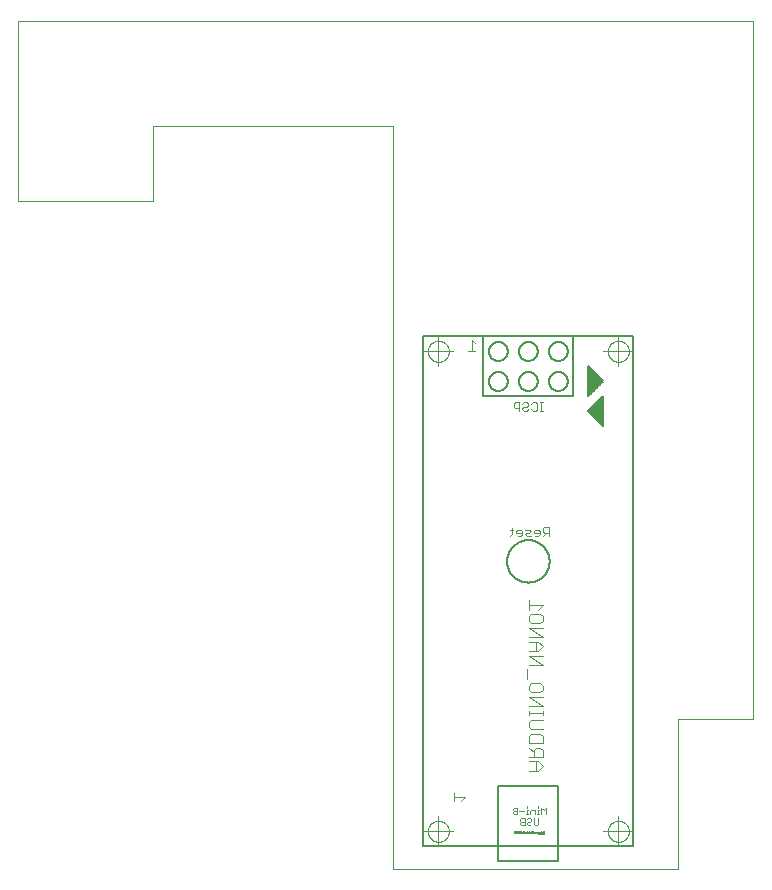
<source format=gbo>
G75*
%MOIN*%
%OFA0B0*%
%FSLAX25Y25*%
%IPPOS*%
%LPD*%
%AMOC8*
5,1,8,0,0,1.08239X$1,22.5*
%
%ADD10C,0.00000*%
%ADD11C,0.00500*%
%ADD12C,0.00400*%
%ADD13C,0.00300*%
%ADD14C,0.00200*%
%ADD15C,0.00063*%
D10*
X0126800Y0001800D02*
X0126800Y0249300D01*
X0046800Y0249300D01*
X0046800Y0224300D01*
X0001800Y0224300D01*
X0001800Y0284300D01*
X0246800Y0284300D01*
X0246800Y0051800D01*
X0221800Y0051800D01*
X0221800Y0001800D01*
X0126800Y0001800D01*
X0138300Y0014300D02*
X0138302Y0014418D01*
X0138308Y0014536D01*
X0138318Y0014654D01*
X0138332Y0014771D01*
X0138350Y0014888D01*
X0138372Y0015005D01*
X0138397Y0015120D01*
X0138427Y0015234D01*
X0138461Y0015348D01*
X0138498Y0015460D01*
X0138539Y0015571D01*
X0138584Y0015680D01*
X0138632Y0015788D01*
X0138684Y0015894D01*
X0138740Y0015999D01*
X0138799Y0016101D01*
X0138861Y0016201D01*
X0138927Y0016299D01*
X0138996Y0016395D01*
X0139069Y0016489D01*
X0139144Y0016580D01*
X0139223Y0016668D01*
X0139304Y0016754D01*
X0139389Y0016837D01*
X0139476Y0016917D01*
X0139565Y0016994D01*
X0139658Y0017068D01*
X0139752Y0017138D01*
X0139849Y0017206D01*
X0139949Y0017270D01*
X0140050Y0017331D01*
X0140153Y0017388D01*
X0140259Y0017442D01*
X0140366Y0017493D01*
X0140474Y0017539D01*
X0140584Y0017582D01*
X0140696Y0017621D01*
X0140809Y0017657D01*
X0140923Y0017688D01*
X0141038Y0017716D01*
X0141153Y0017740D01*
X0141270Y0017760D01*
X0141387Y0017776D01*
X0141505Y0017788D01*
X0141623Y0017796D01*
X0141741Y0017800D01*
X0141859Y0017800D01*
X0141977Y0017796D01*
X0142095Y0017788D01*
X0142213Y0017776D01*
X0142330Y0017760D01*
X0142447Y0017740D01*
X0142562Y0017716D01*
X0142677Y0017688D01*
X0142791Y0017657D01*
X0142904Y0017621D01*
X0143016Y0017582D01*
X0143126Y0017539D01*
X0143234Y0017493D01*
X0143341Y0017442D01*
X0143447Y0017388D01*
X0143550Y0017331D01*
X0143651Y0017270D01*
X0143751Y0017206D01*
X0143848Y0017138D01*
X0143942Y0017068D01*
X0144035Y0016994D01*
X0144124Y0016917D01*
X0144211Y0016837D01*
X0144296Y0016754D01*
X0144377Y0016668D01*
X0144456Y0016580D01*
X0144531Y0016489D01*
X0144604Y0016395D01*
X0144673Y0016299D01*
X0144739Y0016201D01*
X0144801Y0016101D01*
X0144860Y0015999D01*
X0144916Y0015894D01*
X0144968Y0015788D01*
X0145016Y0015680D01*
X0145061Y0015571D01*
X0145102Y0015460D01*
X0145139Y0015348D01*
X0145173Y0015234D01*
X0145203Y0015120D01*
X0145228Y0015005D01*
X0145250Y0014888D01*
X0145268Y0014771D01*
X0145282Y0014654D01*
X0145292Y0014536D01*
X0145298Y0014418D01*
X0145300Y0014300D01*
X0145298Y0014182D01*
X0145292Y0014064D01*
X0145282Y0013946D01*
X0145268Y0013829D01*
X0145250Y0013712D01*
X0145228Y0013595D01*
X0145203Y0013480D01*
X0145173Y0013366D01*
X0145139Y0013252D01*
X0145102Y0013140D01*
X0145061Y0013029D01*
X0145016Y0012920D01*
X0144968Y0012812D01*
X0144916Y0012706D01*
X0144860Y0012601D01*
X0144801Y0012499D01*
X0144739Y0012399D01*
X0144673Y0012301D01*
X0144604Y0012205D01*
X0144531Y0012111D01*
X0144456Y0012020D01*
X0144377Y0011932D01*
X0144296Y0011846D01*
X0144211Y0011763D01*
X0144124Y0011683D01*
X0144035Y0011606D01*
X0143942Y0011532D01*
X0143848Y0011462D01*
X0143751Y0011394D01*
X0143651Y0011330D01*
X0143550Y0011269D01*
X0143447Y0011212D01*
X0143341Y0011158D01*
X0143234Y0011107D01*
X0143126Y0011061D01*
X0143016Y0011018D01*
X0142904Y0010979D01*
X0142791Y0010943D01*
X0142677Y0010912D01*
X0142562Y0010884D01*
X0142447Y0010860D01*
X0142330Y0010840D01*
X0142213Y0010824D01*
X0142095Y0010812D01*
X0141977Y0010804D01*
X0141859Y0010800D01*
X0141741Y0010800D01*
X0141623Y0010804D01*
X0141505Y0010812D01*
X0141387Y0010824D01*
X0141270Y0010840D01*
X0141153Y0010860D01*
X0141038Y0010884D01*
X0140923Y0010912D01*
X0140809Y0010943D01*
X0140696Y0010979D01*
X0140584Y0011018D01*
X0140474Y0011061D01*
X0140366Y0011107D01*
X0140259Y0011158D01*
X0140153Y0011212D01*
X0140050Y0011269D01*
X0139949Y0011330D01*
X0139849Y0011394D01*
X0139752Y0011462D01*
X0139658Y0011532D01*
X0139565Y0011606D01*
X0139476Y0011683D01*
X0139389Y0011763D01*
X0139304Y0011846D01*
X0139223Y0011932D01*
X0139144Y0012020D01*
X0139069Y0012111D01*
X0138996Y0012205D01*
X0138927Y0012301D01*
X0138861Y0012399D01*
X0138799Y0012499D01*
X0138740Y0012601D01*
X0138684Y0012706D01*
X0138632Y0012812D01*
X0138584Y0012920D01*
X0138539Y0013029D01*
X0138498Y0013140D01*
X0138461Y0013252D01*
X0138427Y0013366D01*
X0138397Y0013480D01*
X0138372Y0013595D01*
X0138350Y0013712D01*
X0138332Y0013829D01*
X0138318Y0013946D01*
X0138308Y0014064D01*
X0138302Y0014182D01*
X0138300Y0014300D01*
X0166851Y0014000D02*
X0166984Y0014000D01*
X0167035Y0014000D02*
X0167169Y0014000D01*
X0167169Y0013800D01*
X0167035Y0013800D01*
X0166918Y0013800D02*
X0166918Y0014000D01*
X0166982Y0014100D02*
X0167015Y0014100D01*
X0167015Y0014133D01*
X0166982Y0014133D01*
X0166982Y0014100D01*
X0167066Y0014100D02*
X0167133Y0014167D01*
X0167099Y0014167D02*
X0167199Y0014167D01*
X0167250Y0014200D02*
X0167383Y0014200D01*
X0167383Y0014233D02*
X0167317Y0014300D01*
X0167250Y0014233D01*
X0167250Y0014100D01*
X0167199Y0014100D02*
X0167199Y0014300D01*
X0167099Y0014300D01*
X0167066Y0014267D01*
X0167066Y0014200D01*
X0167099Y0014167D01*
X0167219Y0014000D02*
X0167219Y0013800D01*
X0167353Y0014000D01*
X0167353Y0013800D01*
X0167411Y0013800D02*
X0167445Y0013800D01*
X0167445Y0013833D01*
X0167411Y0013833D01*
X0167411Y0013800D01*
X0167496Y0013867D02*
X0167496Y0014000D01*
X0167501Y0014100D02*
X0167434Y0014167D01*
X0167434Y0014300D01*
X0167383Y0014233D02*
X0167383Y0014100D01*
X0167501Y0014100D02*
X0167568Y0014167D01*
X0167568Y0014300D01*
X0167618Y0014267D02*
X0167652Y0014300D01*
X0167718Y0014300D01*
X0167752Y0014267D01*
X0167752Y0014133D01*
X0167718Y0014100D01*
X0167652Y0014100D01*
X0167618Y0014133D01*
X0167618Y0014267D01*
X0167802Y0014300D02*
X0167936Y0014300D01*
X0167869Y0014300D02*
X0167869Y0014100D01*
X0167864Y0014000D02*
X0167864Y0013800D01*
X0167997Y0014000D01*
X0167997Y0013800D01*
X0168048Y0013800D02*
X0168048Y0013933D01*
X0168115Y0014000D01*
X0168181Y0013933D01*
X0168181Y0013800D01*
X0168232Y0013833D02*
X0168266Y0013800D01*
X0168332Y0013800D01*
X0168366Y0013833D01*
X0168366Y0013967D01*
X0168332Y0014000D01*
X0168266Y0014000D01*
X0168232Y0013967D01*
X0168181Y0013900D02*
X0168048Y0013900D01*
X0168204Y0014100D02*
X0168171Y0014133D01*
X0168171Y0014267D01*
X0168204Y0014300D01*
X0168271Y0014300D01*
X0168304Y0014267D01*
X0168304Y0014133D01*
X0168271Y0014100D01*
X0168204Y0014100D01*
X0168355Y0014133D02*
X0168355Y0014267D01*
X0168388Y0014300D01*
X0168488Y0014300D01*
X0168488Y0014100D01*
X0168388Y0014100D01*
X0168355Y0014133D01*
X0168450Y0014000D02*
X0168416Y0013967D01*
X0168416Y0013900D01*
X0168450Y0013867D01*
X0168450Y0013933D01*
X0168516Y0013933D01*
X0168516Y0013867D01*
X0168450Y0013867D01*
X0168416Y0013833D02*
X0168450Y0013800D01*
X0168516Y0013800D01*
X0168550Y0013833D01*
X0168550Y0013967D01*
X0168516Y0014000D01*
X0168450Y0014000D01*
X0168539Y0014100D02*
X0168672Y0014100D01*
X0168672Y0014300D01*
X0168539Y0014300D01*
X0168606Y0014200D02*
X0168672Y0014200D01*
X0168723Y0014133D02*
X0168757Y0014100D01*
X0168823Y0014100D01*
X0168857Y0014133D01*
X0168857Y0014267D01*
X0168823Y0014300D01*
X0168757Y0014300D01*
X0168723Y0014267D01*
X0168907Y0014100D02*
X0169041Y0014100D01*
X0169041Y0014300D01*
X0169092Y0014233D02*
X0169092Y0014100D01*
X0169092Y0014200D02*
X0169225Y0014200D01*
X0169225Y0014233D02*
X0169158Y0014300D01*
X0169092Y0014233D01*
X0169225Y0014233D02*
X0169225Y0014100D01*
X0169276Y0014133D02*
X0169309Y0014100D01*
X0169376Y0014100D01*
X0169409Y0014133D01*
X0169376Y0014200D02*
X0169309Y0014200D01*
X0169276Y0014167D01*
X0169276Y0014133D01*
X0169376Y0014200D02*
X0169409Y0014233D01*
X0169409Y0014267D01*
X0169376Y0014300D01*
X0169309Y0014300D01*
X0169276Y0014267D01*
X0169286Y0014000D02*
X0169286Y0013867D01*
X0169220Y0013800D01*
X0169153Y0013867D01*
X0169153Y0014000D01*
X0169102Y0013933D02*
X0169035Y0014000D01*
X0169035Y0013800D01*
X0168969Y0013800D02*
X0169102Y0013800D01*
X0168918Y0013800D02*
X0168918Y0014000D01*
X0168918Y0013900D02*
X0168785Y0013900D01*
X0168785Y0014000D02*
X0168785Y0013800D01*
X0168734Y0013800D02*
X0168600Y0014000D01*
X0168734Y0014000D02*
X0168600Y0013800D01*
X0169337Y0013967D02*
X0169337Y0014000D01*
X0169337Y0013967D02*
X0169404Y0013900D01*
X0169404Y0013800D01*
X0169404Y0013900D02*
X0169470Y0013967D01*
X0169470Y0014000D01*
X0169644Y0014133D02*
X0169677Y0014167D01*
X0169744Y0014167D01*
X0169777Y0014200D01*
X0169744Y0014233D01*
X0169644Y0014233D01*
X0169644Y0014133D02*
X0169677Y0014100D01*
X0169777Y0014100D01*
X0169833Y0014100D02*
X0169900Y0014100D01*
X0169867Y0014100D02*
X0169867Y0014233D01*
X0169900Y0014233D01*
X0169951Y0014233D02*
X0169951Y0014100D01*
X0170051Y0014100D01*
X0170084Y0014133D01*
X0170084Y0014233D01*
X0170135Y0014100D02*
X0170268Y0014100D01*
X0170268Y0014300D01*
X0170319Y0014200D02*
X0170453Y0014200D01*
X0170503Y0014200D02*
X0170537Y0014233D01*
X0170603Y0014233D01*
X0170637Y0014200D01*
X0170637Y0014133D01*
X0170603Y0014100D01*
X0170537Y0014100D01*
X0170503Y0014133D01*
X0170503Y0014200D01*
X0170688Y0014233D02*
X0170788Y0014233D01*
X0170821Y0014200D01*
X0170821Y0014133D01*
X0170788Y0014100D01*
X0170688Y0014100D01*
X0170690Y0013933D02*
X0170757Y0013933D01*
X0170790Y0013900D01*
X0170790Y0013833D01*
X0170757Y0013800D01*
X0170690Y0013800D01*
X0170657Y0013833D01*
X0170657Y0013900D01*
X0170690Y0013933D01*
X0170606Y0013933D02*
X0170506Y0013933D01*
X0170473Y0013900D01*
X0170473Y0013800D01*
X0170422Y0013800D02*
X0170322Y0013800D01*
X0170289Y0013833D01*
X0170322Y0013867D01*
X0170389Y0013867D01*
X0170422Y0013900D01*
X0170389Y0013933D01*
X0170289Y0013933D01*
X0170054Y0013933D02*
X0169987Y0013933D01*
X0170020Y0013967D02*
X0170020Y0013833D01*
X0169987Y0013800D01*
X0169931Y0013833D02*
X0169898Y0013800D01*
X0169831Y0013800D01*
X0169797Y0013833D01*
X0169797Y0013900D01*
X0169831Y0013933D01*
X0169898Y0013933D01*
X0169931Y0013900D01*
X0169931Y0013833D01*
X0169747Y0013833D02*
X0169747Y0013800D01*
X0169713Y0013800D01*
X0169713Y0013833D01*
X0169747Y0013833D01*
X0169747Y0013900D02*
X0169747Y0013933D01*
X0169713Y0013933D01*
X0169713Y0013900D01*
X0169747Y0013900D01*
X0169867Y0014300D02*
X0169867Y0014334D01*
X0170606Y0013933D02*
X0170606Y0013800D01*
X0170846Y0013800D02*
X0170913Y0013800D01*
X0170880Y0013800D02*
X0170880Y0013933D01*
X0170913Y0013933D01*
X0170969Y0013933D02*
X0171036Y0013933D01*
X0171002Y0013967D02*
X0171002Y0013833D01*
X0170969Y0013800D01*
X0171086Y0013833D02*
X0171120Y0013867D01*
X0171187Y0013867D01*
X0171220Y0013900D01*
X0171187Y0013933D01*
X0171086Y0013933D01*
X0171086Y0013833D02*
X0171120Y0013800D01*
X0171220Y0013800D01*
X0171271Y0013867D02*
X0171404Y0013867D01*
X0171404Y0013900D02*
X0171371Y0013933D01*
X0171304Y0013933D01*
X0171271Y0013900D01*
X0171271Y0013867D01*
X0171304Y0013800D02*
X0171371Y0013800D01*
X0171404Y0013833D01*
X0171404Y0013900D01*
X0171455Y0013933D02*
X0171555Y0013933D01*
X0171588Y0013900D01*
X0171588Y0013833D01*
X0171555Y0013800D01*
X0171455Y0013800D01*
X0171455Y0013767D02*
X0171455Y0013933D01*
X0171455Y0013767D02*
X0171488Y0013733D01*
X0171522Y0013733D01*
X0171639Y0013767D02*
X0171639Y0013933D01*
X0171739Y0013933D01*
X0171772Y0013900D01*
X0171772Y0013833D01*
X0171739Y0013800D01*
X0171639Y0013800D01*
X0171639Y0013767D02*
X0171672Y0013733D01*
X0171706Y0013733D01*
X0171823Y0013800D02*
X0171823Y0013933D01*
X0171803Y0014033D02*
X0171803Y0014233D01*
X0171703Y0014233D01*
X0171670Y0014200D01*
X0171670Y0014133D01*
X0171703Y0014100D01*
X0171803Y0014100D01*
X0171854Y0014133D02*
X0171887Y0014167D01*
X0171954Y0014167D01*
X0171987Y0014200D01*
X0171954Y0014233D01*
X0171854Y0014233D01*
X0171854Y0014133D02*
X0171887Y0014100D01*
X0171987Y0014100D01*
X0172038Y0014100D02*
X0172171Y0014100D01*
X0172171Y0014300D01*
X0172038Y0014300D01*
X0172105Y0014200D02*
X0172171Y0014200D01*
X0172406Y0014233D02*
X0172406Y0014067D01*
X0172440Y0014033D01*
X0172473Y0014033D01*
X0172506Y0014100D02*
X0172406Y0014100D01*
X0172506Y0014100D02*
X0172540Y0014133D01*
X0172540Y0014233D01*
X0172590Y0014200D02*
X0172624Y0014233D01*
X0172724Y0014233D01*
X0172724Y0014300D02*
X0172724Y0014100D01*
X0172624Y0014100D01*
X0172590Y0014133D01*
X0172590Y0014200D01*
X0172562Y0013933D02*
X0172629Y0013933D01*
X0172662Y0013900D01*
X0172662Y0013833D01*
X0172629Y0013800D01*
X0172562Y0013800D01*
X0172529Y0013833D01*
X0172529Y0013900D01*
X0172562Y0013933D01*
X0172478Y0013933D02*
X0172478Y0013800D01*
X0172478Y0013867D02*
X0172412Y0013933D01*
X0172378Y0013933D01*
X0172141Y0013900D02*
X0172107Y0013933D01*
X0172007Y0013933D01*
X0171957Y0013933D02*
X0171957Y0013833D01*
X0171923Y0013800D01*
X0171823Y0013800D01*
X0172007Y0013833D02*
X0172041Y0013867D01*
X0172107Y0013867D01*
X0172141Y0013900D01*
X0172141Y0013800D02*
X0172041Y0013800D01*
X0172007Y0013833D01*
X0171619Y0014100D02*
X0171586Y0014100D01*
X0171586Y0014133D01*
X0171619Y0014133D01*
X0171619Y0014100D01*
X0171343Y0014100D02*
X0171343Y0014300D01*
X0171276Y0014233D01*
X0171209Y0014300D01*
X0171209Y0014100D01*
X0171159Y0014133D02*
X0171125Y0014167D01*
X0171025Y0014167D01*
X0171025Y0014200D02*
X0171025Y0014100D01*
X0171125Y0014100D01*
X0171159Y0014133D01*
X0171125Y0014233D02*
X0171058Y0014233D01*
X0171025Y0014200D01*
X0170974Y0014167D02*
X0170908Y0014233D01*
X0170874Y0014233D01*
X0170974Y0014233D02*
X0170974Y0014100D01*
X0170880Y0014034D02*
X0170880Y0014000D01*
X0172897Y0013933D02*
X0172997Y0013933D01*
X0173031Y0013900D01*
X0172997Y0013867D01*
X0172931Y0013867D01*
X0172897Y0013833D01*
X0172931Y0013800D01*
X0173031Y0013800D01*
X0173084Y0013933D02*
X0173118Y0013933D01*
X0173184Y0013867D01*
X0173235Y0013900D02*
X0173268Y0013933D01*
X0173335Y0013933D01*
X0173368Y0013900D01*
X0173368Y0013833D01*
X0173335Y0013800D01*
X0173268Y0013800D01*
X0173235Y0013833D01*
X0173235Y0013900D01*
X0173184Y0013933D02*
X0173184Y0013800D01*
X0173422Y0013933D02*
X0173455Y0013933D01*
X0173522Y0013867D01*
X0173522Y0013933D02*
X0173522Y0013800D01*
X0173575Y0013933D02*
X0173609Y0013933D01*
X0173675Y0013867D01*
X0173726Y0013867D02*
X0173859Y0013867D01*
X0173859Y0013900D02*
X0173826Y0013933D01*
X0173759Y0013933D01*
X0173726Y0013900D01*
X0173726Y0013867D01*
X0173759Y0013800D02*
X0173826Y0013800D01*
X0173859Y0013833D01*
X0173859Y0013900D01*
X0173675Y0013933D02*
X0173675Y0013800D01*
X0173667Y0014100D02*
X0173734Y0014100D01*
X0173767Y0014133D01*
X0173767Y0014200D01*
X0173734Y0014233D01*
X0173667Y0014233D01*
X0173634Y0014200D01*
X0173634Y0014167D01*
X0173767Y0014167D01*
X0173821Y0014233D02*
X0173854Y0014233D01*
X0173921Y0014167D01*
X0173921Y0014233D02*
X0173921Y0014100D01*
X0173972Y0014100D02*
X0174072Y0014100D01*
X0174105Y0014133D01*
X0174105Y0014200D01*
X0174072Y0014233D01*
X0173972Y0014233D01*
X0174094Y0013933D02*
X0174094Y0013767D01*
X0174128Y0013733D01*
X0174161Y0013733D01*
X0174194Y0013800D02*
X0174094Y0013800D01*
X0174194Y0013800D02*
X0174228Y0013833D01*
X0174228Y0013933D01*
X0174278Y0013900D02*
X0174278Y0013800D01*
X0174278Y0013900D02*
X0174312Y0013933D01*
X0174412Y0013933D01*
X0174412Y0013800D01*
X0174463Y0013800D02*
X0174563Y0013800D01*
X0174596Y0013833D01*
X0174563Y0013867D01*
X0174463Y0013867D01*
X0174463Y0013900D02*
X0174463Y0013800D01*
X0174463Y0013900D02*
X0174496Y0013933D01*
X0174563Y0013933D01*
X0174524Y0014100D02*
X0174624Y0014100D01*
X0174657Y0014133D01*
X0174624Y0014167D01*
X0174524Y0014167D01*
X0174524Y0014200D02*
X0174524Y0014100D01*
X0174473Y0014100D02*
X0174373Y0014100D01*
X0174340Y0014133D01*
X0174373Y0014167D01*
X0174440Y0014167D01*
X0174473Y0014200D01*
X0174440Y0014233D01*
X0174340Y0014233D01*
X0174524Y0014200D02*
X0174557Y0014233D01*
X0174624Y0014233D01*
X0174708Y0014233D02*
X0174708Y0014133D01*
X0174742Y0014100D01*
X0174775Y0014133D01*
X0174808Y0014100D01*
X0174842Y0014133D01*
X0174842Y0014233D01*
X0175076Y0014233D02*
X0175076Y0014067D01*
X0175110Y0014033D01*
X0175143Y0014033D01*
X0175177Y0014100D02*
X0175076Y0014100D01*
X0175177Y0014100D02*
X0175210Y0014133D01*
X0175210Y0014233D01*
X0175263Y0014233D02*
X0175297Y0014233D01*
X0175363Y0014167D01*
X0175414Y0014167D02*
X0175514Y0014167D01*
X0175548Y0014133D01*
X0175514Y0014100D01*
X0175414Y0014100D01*
X0175414Y0014200D01*
X0175447Y0014233D01*
X0175514Y0014233D01*
X0175601Y0014233D02*
X0175634Y0014233D01*
X0175701Y0014167D01*
X0175752Y0014200D02*
X0175785Y0014233D01*
X0175885Y0014233D01*
X0175885Y0014300D02*
X0175885Y0014100D01*
X0175785Y0014100D01*
X0175752Y0014133D01*
X0175752Y0014200D01*
X0175701Y0014233D02*
X0175701Y0014100D01*
X0175696Y0013933D02*
X0175662Y0013933D01*
X0175696Y0013933D02*
X0175762Y0013867D01*
X0175762Y0013933D02*
X0175762Y0013800D01*
X0175609Y0013833D02*
X0175609Y0013900D01*
X0175576Y0013933D01*
X0175509Y0013933D01*
X0175475Y0013900D01*
X0175475Y0013867D01*
X0175609Y0013867D01*
X0175609Y0013833D02*
X0175576Y0013800D01*
X0175509Y0013800D01*
X0175425Y0013800D02*
X0175325Y0013800D01*
X0175291Y0013833D01*
X0175291Y0013900D01*
X0175325Y0013933D01*
X0175425Y0013933D01*
X0175425Y0013733D01*
X0175447Y0013633D02*
X0175514Y0013633D01*
X0175548Y0013600D01*
X0175548Y0013533D01*
X0175514Y0013500D01*
X0175447Y0013500D01*
X0175414Y0013533D01*
X0175414Y0013600D01*
X0175447Y0013633D01*
X0175363Y0013633D02*
X0175363Y0013533D01*
X0175330Y0013500D01*
X0175230Y0013500D01*
X0175230Y0013633D01*
X0175179Y0013600D02*
X0175179Y0013734D01*
X0175118Y0013734D02*
X0175118Y0013600D01*
X0175056Y0013600D02*
X0175056Y0013734D01*
X0175056Y0013800D02*
X0175056Y0013933D01*
X0175107Y0013900D02*
X0175141Y0013933D01*
X0175207Y0013933D01*
X0175241Y0013900D01*
X0175241Y0013833D01*
X0175207Y0013800D01*
X0175141Y0013800D01*
X0175107Y0013833D01*
X0175107Y0013900D01*
X0175056Y0013867D02*
X0174990Y0013933D01*
X0174956Y0013933D01*
X0174903Y0013933D02*
X0174836Y0013933D01*
X0174870Y0013967D02*
X0174870Y0013833D01*
X0174836Y0013800D01*
X0175056Y0013533D02*
X0175056Y0013500D01*
X0175118Y0013500D02*
X0175118Y0013533D01*
X0175179Y0013533D02*
X0175179Y0013500D01*
X0175598Y0013500D02*
X0175698Y0013500D01*
X0175732Y0013533D01*
X0175732Y0013633D01*
X0175598Y0013633D02*
X0175598Y0013467D01*
X0175632Y0013433D01*
X0175665Y0013433D01*
X0175967Y0013533D02*
X0176000Y0013567D01*
X0176067Y0013567D01*
X0176100Y0013600D01*
X0176067Y0013633D01*
X0175967Y0013633D01*
X0175967Y0013533D02*
X0176000Y0013500D01*
X0176100Y0013500D01*
X0176153Y0013500D02*
X0176253Y0013567D01*
X0176153Y0013633D01*
X0176253Y0013700D02*
X0176253Y0013500D01*
X0176304Y0013500D02*
X0176304Y0013600D01*
X0176337Y0013633D01*
X0176438Y0013633D01*
X0176438Y0013500D01*
X0176488Y0013500D02*
X0176588Y0013500D01*
X0176622Y0013533D01*
X0176588Y0013567D01*
X0176488Y0013567D01*
X0176488Y0013600D02*
X0176488Y0013500D01*
X0176488Y0013600D02*
X0176522Y0013633D01*
X0176588Y0013633D01*
X0176672Y0013600D02*
X0176672Y0013500D01*
X0176672Y0013600D02*
X0176706Y0013633D01*
X0176773Y0013633D01*
X0176806Y0013600D01*
X0176806Y0013700D02*
X0176806Y0013500D01*
X0176923Y0013500D02*
X0176923Y0013700D01*
X0176857Y0013700D02*
X0176990Y0013700D01*
X0176990Y0013800D02*
X0176990Y0014000D01*
X0176890Y0014000D01*
X0176857Y0013967D01*
X0176857Y0013900D01*
X0176890Y0013867D01*
X0176990Y0013867D01*
X0176806Y0013800D02*
X0176739Y0013800D01*
X0176773Y0013800D02*
X0176773Y0014000D01*
X0176806Y0014000D01*
X0176806Y0014100D02*
X0176806Y0014300D01*
X0176857Y0014300D02*
X0176990Y0014300D01*
X0176923Y0014300D02*
X0176923Y0014100D01*
X0176806Y0014200D02*
X0176773Y0014233D01*
X0176706Y0014233D01*
X0176672Y0014200D01*
X0176672Y0014100D01*
X0176622Y0014100D02*
X0176555Y0014100D01*
X0176588Y0014100D02*
X0176588Y0014233D01*
X0176622Y0014233D01*
X0176588Y0014300D02*
X0176588Y0014334D01*
X0176466Y0014233D02*
X0176366Y0014233D01*
X0176399Y0014167D02*
X0176466Y0014167D01*
X0176499Y0014200D01*
X0176466Y0014233D01*
X0176399Y0014167D02*
X0176366Y0014133D01*
X0176399Y0014100D01*
X0176499Y0014100D01*
X0176466Y0013933D02*
X0176399Y0013933D01*
X0176366Y0013900D01*
X0176366Y0013800D01*
X0176466Y0013800D01*
X0176499Y0013833D01*
X0176466Y0013867D01*
X0176366Y0013867D01*
X0176315Y0013900D02*
X0176281Y0013933D01*
X0176181Y0013933D01*
X0176131Y0013900D02*
X0176097Y0013933D01*
X0176031Y0013933D01*
X0175997Y0013900D01*
X0175997Y0013867D01*
X0176131Y0013867D01*
X0176131Y0013900D02*
X0176131Y0013833D01*
X0176097Y0013800D01*
X0176031Y0013800D01*
X0176181Y0013833D02*
X0176215Y0013867D01*
X0176281Y0013867D01*
X0176315Y0013900D01*
X0176315Y0013800D02*
X0176215Y0013800D01*
X0176181Y0013833D01*
X0176131Y0014100D02*
X0176064Y0014100D01*
X0176097Y0014100D02*
X0176097Y0014300D01*
X0176131Y0014300D01*
X0176008Y0014233D02*
X0175975Y0014233D01*
X0175975Y0014100D01*
X0176008Y0014100D02*
X0175941Y0014100D01*
X0175975Y0014300D02*
X0175975Y0014334D01*
X0175363Y0014233D02*
X0175363Y0014100D01*
X0176550Y0013900D02*
X0176550Y0013867D01*
X0176683Y0013867D01*
X0176683Y0013900D02*
X0176650Y0013933D01*
X0176583Y0013933D01*
X0176550Y0013900D01*
X0176583Y0013800D02*
X0176650Y0013800D01*
X0176683Y0013833D01*
X0176683Y0013900D01*
X0173583Y0014133D02*
X0173550Y0014167D01*
X0173450Y0014167D01*
X0173450Y0014200D02*
X0173450Y0014100D01*
X0173550Y0014100D01*
X0173583Y0014133D01*
X0173550Y0014233D02*
X0173483Y0014233D01*
X0173450Y0014200D01*
X0173399Y0014233D02*
X0173332Y0014233D01*
X0173366Y0014267D02*
X0173366Y0014133D01*
X0173332Y0014100D01*
X0173276Y0014133D02*
X0173276Y0014200D01*
X0173243Y0014233D01*
X0173176Y0014233D01*
X0173143Y0014200D01*
X0173143Y0014167D01*
X0173276Y0014167D01*
X0173276Y0014133D02*
X0173243Y0014100D01*
X0173176Y0014100D01*
X0173092Y0014133D02*
X0173092Y0014200D01*
X0173059Y0014233D01*
X0172959Y0014233D01*
X0172959Y0014300D02*
X0172959Y0014100D01*
X0173059Y0014100D01*
X0173092Y0014133D01*
X0167813Y0014000D02*
X0167680Y0014000D01*
X0167629Y0014000D02*
X0167629Y0013867D01*
X0167562Y0013800D01*
X0167496Y0013867D01*
X0167746Y0013800D02*
X0167746Y0014000D01*
X0167169Y0013900D02*
X0167102Y0013900D01*
X0198300Y0014300D02*
X0198302Y0014418D01*
X0198308Y0014536D01*
X0198318Y0014654D01*
X0198332Y0014771D01*
X0198350Y0014888D01*
X0198372Y0015005D01*
X0198397Y0015120D01*
X0198427Y0015234D01*
X0198461Y0015348D01*
X0198498Y0015460D01*
X0198539Y0015571D01*
X0198584Y0015680D01*
X0198632Y0015788D01*
X0198684Y0015894D01*
X0198740Y0015999D01*
X0198799Y0016101D01*
X0198861Y0016201D01*
X0198927Y0016299D01*
X0198996Y0016395D01*
X0199069Y0016489D01*
X0199144Y0016580D01*
X0199223Y0016668D01*
X0199304Y0016754D01*
X0199389Y0016837D01*
X0199476Y0016917D01*
X0199565Y0016994D01*
X0199658Y0017068D01*
X0199752Y0017138D01*
X0199849Y0017206D01*
X0199949Y0017270D01*
X0200050Y0017331D01*
X0200153Y0017388D01*
X0200259Y0017442D01*
X0200366Y0017493D01*
X0200474Y0017539D01*
X0200584Y0017582D01*
X0200696Y0017621D01*
X0200809Y0017657D01*
X0200923Y0017688D01*
X0201038Y0017716D01*
X0201153Y0017740D01*
X0201270Y0017760D01*
X0201387Y0017776D01*
X0201505Y0017788D01*
X0201623Y0017796D01*
X0201741Y0017800D01*
X0201859Y0017800D01*
X0201977Y0017796D01*
X0202095Y0017788D01*
X0202213Y0017776D01*
X0202330Y0017760D01*
X0202447Y0017740D01*
X0202562Y0017716D01*
X0202677Y0017688D01*
X0202791Y0017657D01*
X0202904Y0017621D01*
X0203016Y0017582D01*
X0203126Y0017539D01*
X0203234Y0017493D01*
X0203341Y0017442D01*
X0203447Y0017388D01*
X0203550Y0017331D01*
X0203651Y0017270D01*
X0203751Y0017206D01*
X0203848Y0017138D01*
X0203942Y0017068D01*
X0204035Y0016994D01*
X0204124Y0016917D01*
X0204211Y0016837D01*
X0204296Y0016754D01*
X0204377Y0016668D01*
X0204456Y0016580D01*
X0204531Y0016489D01*
X0204604Y0016395D01*
X0204673Y0016299D01*
X0204739Y0016201D01*
X0204801Y0016101D01*
X0204860Y0015999D01*
X0204916Y0015894D01*
X0204968Y0015788D01*
X0205016Y0015680D01*
X0205061Y0015571D01*
X0205102Y0015460D01*
X0205139Y0015348D01*
X0205173Y0015234D01*
X0205203Y0015120D01*
X0205228Y0015005D01*
X0205250Y0014888D01*
X0205268Y0014771D01*
X0205282Y0014654D01*
X0205292Y0014536D01*
X0205298Y0014418D01*
X0205300Y0014300D01*
X0205298Y0014182D01*
X0205292Y0014064D01*
X0205282Y0013946D01*
X0205268Y0013829D01*
X0205250Y0013712D01*
X0205228Y0013595D01*
X0205203Y0013480D01*
X0205173Y0013366D01*
X0205139Y0013252D01*
X0205102Y0013140D01*
X0205061Y0013029D01*
X0205016Y0012920D01*
X0204968Y0012812D01*
X0204916Y0012706D01*
X0204860Y0012601D01*
X0204801Y0012499D01*
X0204739Y0012399D01*
X0204673Y0012301D01*
X0204604Y0012205D01*
X0204531Y0012111D01*
X0204456Y0012020D01*
X0204377Y0011932D01*
X0204296Y0011846D01*
X0204211Y0011763D01*
X0204124Y0011683D01*
X0204035Y0011606D01*
X0203942Y0011532D01*
X0203848Y0011462D01*
X0203751Y0011394D01*
X0203651Y0011330D01*
X0203550Y0011269D01*
X0203447Y0011212D01*
X0203341Y0011158D01*
X0203234Y0011107D01*
X0203126Y0011061D01*
X0203016Y0011018D01*
X0202904Y0010979D01*
X0202791Y0010943D01*
X0202677Y0010912D01*
X0202562Y0010884D01*
X0202447Y0010860D01*
X0202330Y0010840D01*
X0202213Y0010824D01*
X0202095Y0010812D01*
X0201977Y0010804D01*
X0201859Y0010800D01*
X0201741Y0010800D01*
X0201623Y0010804D01*
X0201505Y0010812D01*
X0201387Y0010824D01*
X0201270Y0010840D01*
X0201153Y0010860D01*
X0201038Y0010884D01*
X0200923Y0010912D01*
X0200809Y0010943D01*
X0200696Y0010979D01*
X0200584Y0011018D01*
X0200474Y0011061D01*
X0200366Y0011107D01*
X0200259Y0011158D01*
X0200153Y0011212D01*
X0200050Y0011269D01*
X0199949Y0011330D01*
X0199849Y0011394D01*
X0199752Y0011462D01*
X0199658Y0011532D01*
X0199565Y0011606D01*
X0199476Y0011683D01*
X0199389Y0011763D01*
X0199304Y0011846D01*
X0199223Y0011932D01*
X0199144Y0012020D01*
X0199069Y0012111D01*
X0198996Y0012205D01*
X0198927Y0012301D01*
X0198861Y0012399D01*
X0198799Y0012499D01*
X0198740Y0012601D01*
X0198684Y0012706D01*
X0198632Y0012812D01*
X0198584Y0012920D01*
X0198539Y0013029D01*
X0198498Y0013140D01*
X0198461Y0013252D01*
X0198427Y0013366D01*
X0198397Y0013480D01*
X0198372Y0013595D01*
X0198350Y0013712D01*
X0198332Y0013829D01*
X0198318Y0013946D01*
X0198308Y0014064D01*
X0198302Y0014182D01*
X0198300Y0014300D01*
X0198300Y0174300D02*
X0198302Y0174418D01*
X0198308Y0174536D01*
X0198318Y0174654D01*
X0198332Y0174771D01*
X0198350Y0174888D01*
X0198372Y0175005D01*
X0198397Y0175120D01*
X0198427Y0175234D01*
X0198461Y0175348D01*
X0198498Y0175460D01*
X0198539Y0175571D01*
X0198584Y0175680D01*
X0198632Y0175788D01*
X0198684Y0175894D01*
X0198740Y0175999D01*
X0198799Y0176101D01*
X0198861Y0176201D01*
X0198927Y0176299D01*
X0198996Y0176395D01*
X0199069Y0176489D01*
X0199144Y0176580D01*
X0199223Y0176668D01*
X0199304Y0176754D01*
X0199389Y0176837D01*
X0199476Y0176917D01*
X0199565Y0176994D01*
X0199658Y0177068D01*
X0199752Y0177138D01*
X0199849Y0177206D01*
X0199949Y0177270D01*
X0200050Y0177331D01*
X0200153Y0177388D01*
X0200259Y0177442D01*
X0200366Y0177493D01*
X0200474Y0177539D01*
X0200584Y0177582D01*
X0200696Y0177621D01*
X0200809Y0177657D01*
X0200923Y0177688D01*
X0201038Y0177716D01*
X0201153Y0177740D01*
X0201270Y0177760D01*
X0201387Y0177776D01*
X0201505Y0177788D01*
X0201623Y0177796D01*
X0201741Y0177800D01*
X0201859Y0177800D01*
X0201977Y0177796D01*
X0202095Y0177788D01*
X0202213Y0177776D01*
X0202330Y0177760D01*
X0202447Y0177740D01*
X0202562Y0177716D01*
X0202677Y0177688D01*
X0202791Y0177657D01*
X0202904Y0177621D01*
X0203016Y0177582D01*
X0203126Y0177539D01*
X0203234Y0177493D01*
X0203341Y0177442D01*
X0203447Y0177388D01*
X0203550Y0177331D01*
X0203651Y0177270D01*
X0203751Y0177206D01*
X0203848Y0177138D01*
X0203942Y0177068D01*
X0204035Y0176994D01*
X0204124Y0176917D01*
X0204211Y0176837D01*
X0204296Y0176754D01*
X0204377Y0176668D01*
X0204456Y0176580D01*
X0204531Y0176489D01*
X0204604Y0176395D01*
X0204673Y0176299D01*
X0204739Y0176201D01*
X0204801Y0176101D01*
X0204860Y0175999D01*
X0204916Y0175894D01*
X0204968Y0175788D01*
X0205016Y0175680D01*
X0205061Y0175571D01*
X0205102Y0175460D01*
X0205139Y0175348D01*
X0205173Y0175234D01*
X0205203Y0175120D01*
X0205228Y0175005D01*
X0205250Y0174888D01*
X0205268Y0174771D01*
X0205282Y0174654D01*
X0205292Y0174536D01*
X0205298Y0174418D01*
X0205300Y0174300D01*
X0205298Y0174182D01*
X0205292Y0174064D01*
X0205282Y0173946D01*
X0205268Y0173829D01*
X0205250Y0173712D01*
X0205228Y0173595D01*
X0205203Y0173480D01*
X0205173Y0173366D01*
X0205139Y0173252D01*
X0205102Y0173140D01*
X0205061Y0173029D01*
X0205016Y0172920D01*
X0204968Y0172812D01*
X0204916Y0172706D01*
X0204860Y0172601D01*
X0204801Y0172499D01*
X0204739Y0172399D01*
X0204673Y0172301D01*
X0204604Y0172205D01*
X0204531Y0172111D01*
X0204456Y0172020D01*
X0204377Y0171932D01*
X0204296Y0171846D01*
X0204211Y0171763D01*
X0204124Y0171683D01*
X0204035Y0171606D01*
X0203942Y0171532D01*
X0203848Y0171462D01*
X0203751Y0171394D01*
X0203651Y0171330D01*
X0203550Y0171269D01*
X0203447Y0171212D01*
X0203341Y0171158D01*
X0203234Y0171107D01*
X0203126Y0171061D01*
X0203016Y0171018D01*
X0202904Y0170979D01*
X0202791Y0170943D01*
X0202677Y0170912D01*
X0202562Y0170884D01*
X0202447Y0170860D01*
X0202330Y0170840D01*
X0202213Y0170824D01*
X0202095Y0170812D01*
X0201977Y0170804D01*
X0201859Y0170800D01*
X0201741Y0170800D01*
X0201623Y0170804D01*
X0201505Y0170812D01*
X0201387Y0170824D01*
X0201270Y0170840D01*
X0201153Y0170860D01*
X0201038Y0170884D01*
X0200923Y0170912D01*
X0200809Y0170943D01*
X0200696Y0170979D01*
X0200584Y0171018D01*
X0200474Y0171061D01*
X0200366Y0171107D01*
X0200259Y0171158D01*
X0200153Y0171212D01*
X0200050Y0171269D01*
X0199949Y0171330D01*
X0199849Y0171394D01*
X0199752Y0171462D01*
X0199658Y0171532D01*
X0199565Y0171606D01*
X0199476Y0171683D01*
X0199389Y0171763D01*
X0199304Y0171846D01*
X0199223Y0171932D01*
X0199144Y0172020D01*
X0199069Y0172111D01*
X0198996Y0172205D01*
X0198927Y0172301D01*
X0198861Y0172399D01*
X0198799Y0172499D01*
X0198740Y0172601D01*
X0198684Y0172706D01*
X0198632Y0172812D01*
X0198584Y0172920D01*
X0198539Y0173029D01*
X0198498Y0173140D01*
X0198461Y0173252D01*
X0198427Y0173366D01*
X0198397Y0173480D01*
X0198372Y0173595D01*
X0198350Y0173712D01*
X0198332Y0173829D01*
X0198318Y0173946D01*
X0198308Y0174064D01*
X0198302Y0174182D01*
X0198300Y0174300D01*
X0138300Y0174300D02*
X0138302Y0174418D01*
X0138308Y0174536D01*
X0138318Y0174654D01*
X0138332Y0174771D01*
X0138350Y0174888D01*
X0138372Y0175005D01*
X0138397Y0175120D01*
X0138427Y0175234D01*
X0138461Y0175348D01*
X0138498Y0175460D01*
X0138539Y0175571D01*
X0138584Y0175680D01*
X0138632Y0175788D01*
X0138684Y0175894D01*
X0138740Y0175999D01*
X0138799Y0176101D01*
X0138861Y0176201D01*
X0138927Y0176299D01*
X0138996Y0176395D01*
X0139069Y0176489D01*
X0139144Y0176580D01*
X0139223Y0176668D01*
X0139304Y0176754D01*
X0139389Y0176837D01*
X0139476Y0176917D01*
X0139565Y0176994D01*
X0139658Y0177068D01*
X0139752Y0177138D01*
X0139849Y0177206D01*
X0139949Y0177270D01*
X0140050Y0177331D01*
X0140153Y0177388D01*
X0140259Y0177442D01*
X0140366Y0177493D01*
X0140474Y0177539D01*
X0140584Y0177582D01*
X0140696Y0177621D01*
X0140809Y0177657D01*
X0140923Y0177688D01*
X0141038Y0177716D01*
X0141153Y0177740D01*
X0141270Y0177760D01*
X0141387Y0177776D01*
X0141505Y0177788D01*
X0141623Y0177796D01*
X0141741Y0177800D01*
X0141859Y0177800D01*
X0141977Y0177796D01*
X0142095Y0177788D01*
X0142213Y0177776D01*
X0142330Y0177760D01*
X0142447Y0177740D01*
X0142562Y0177716D01*
X0142677Y0177688D01*
X0142791Y0177657D01*
X0142904Y0177621D01*
X0143016Y0177582D01*
X0143126Y0177539D01*
X0143234Y0177493D01*
X0143341Y0177442D01*
X0143447Y0177388D01*
X0143550Y0177331D01*
X0143651Y0177270D01*
X0143751Y0177206D01*
X0143848Y0177138D01*
X0143942Y0177068D01*
X0144035Y0176994D01*
X0144124Y0176917D01*
X0144211Y0176837D01*
X0144296Y0176754D01*
X0144377Y0176668D01*
X0144456Y0176580D01*
X0144531Y0176489D01*
X0144604Y0176395D01*
X0144673Y0176299D01*
X0144739Y0176201D01*
X0144801Y0176101D01*
X0144860Y0175999D01*
X0144916Y0175894D01*
X0144968Y0175788D01*
X0145016Y0175680D01*
X0145061Y0175571D01*
X0145102Y0175460D01*
X0145139Y0175348D01*
X0145173Y0175234D01*
X0145203Y0175120D01*
X0145228Y0175005D01*
X0145250Y0174888D01*
X0145268Y0174771D01*
X0145282Y0174654D01*
X0145292Y0174536D01*
X0145298Y0174418D01*
X0145300Y0174300D01*
X0145298Y0174182D01*
X0145292Y0174064D01*
X0145282Y0173946D01*
X0145268Y0173829D01*
X0145250Y0173712D01*
X0145228Y0173595D01*
X0145203Y0173480D01*
X0145173Y0173366D01*
X0145139Y0173252D01*
X0145102Y0173140D01*
X0145061Y0173029D01*
X0145016Y0172920D01*
X0144968Y0172812D01*
X0144916Y0172706D01*
X0144860Y0172601D01*
X0144801Y0172499D01*
X0144739Y0172399D01*
X0144673Y0172301D01*
X0144604Y0172205D01*
X0144531Y0172111D01*
X0144456Y0172020D01*
X0144377Y0171932D01*
X0144296Y0171846D01*
X0144211Y0171763D01*
X0144124Y0171683D01*
X0144035Y0171606D01*
X0143942Y0171532D01*
X0143848Y0171462D01*
X0143751Y0171394D01*
X0143651Y0171330D01*
X0143550Y0171269D01*
X0143447Y0171212D01*
X0143341Y0171158D01*
X0143234Y0171107D01*
X0143126Y0171061D01*
X0143016Y0171018D01*
X0142904Y0170979D01*
X0142791Y0170943D01*
X0142677Y0170912D01*
X0142562Y0170884D01*
X0142447Y0170860D01*
X0142330Y0170840D01*
X0142213Y0170824D01*
X0142095Y0170812D01*
X0141977Y0170804D01*
X0141859Y0170800D01*
X0141741Y0170800D01*
X0141623Y0170804D01*
X0141505Y0170812D01*
X0141387Y0170824D01*
X0141270Y0170840D01*
X0141153Y0170860D01*
X0141038Y0170884D01*
X0140923Y0170912D01*
X0140809Y0170943D01*
X0140696Y0170979D01*
X0140584Y0171018D01*
X0140474Y0171061D01*
X0140366Y0171107D01*
X0140259Y0171158D01*
X0140153Y0171212D01*
X0140050Y0171269D01*
X0139949Y0171330D01*
X0139849Y0171394D01*
X0139752Y0171462D01*
X0139658Y0171532D01*
X0139565Y0171606D01*
X0139476Y0171683D01*
X0139389Y0171763D01*
X0139304Y0171846D01*
X0139223Y0171932D01*
X0139144Y0172020D01*
X0139069Y0172111D01*
X0138996Y0172205D01*
X0138927Y0172301D01*
X0138861Y0172399D01*
X0138799Y0172499D01*
X0138740Y0172601D01*
X0138684Y0172706D01*
X0138632Y0172812D01*
X0138584Y0172920D01*
X0138539Y0173029D01*
X0138498Y0173140D01*
X0138461Y0173252D01*
X0138427Y0173366D01*
X0138397Y0173480D01*
X0138372Y0173595D01*
X0138350Y0173712D01*
X0138332Y0173829D01*
X0138318Y0173946D01*
X0138308Y0174064D01*
X0138302Y0174182D01*
X0138300Y0174300D01*
D11*
X0136800Y0174300D02*
X0136800Y0014300D01*
X0136800Y0009300D01*
X0141800Y0009300D01*
X0181800Y0009300D01*
X0181800Y0029300D01*
X0161800Y0029300D01*
X0161800Y0004300D01*
X0181800Y0004300D01*
X0181800Y0009300D01*
X0206800Y0009300D01*
X0206800Y0174300D01*
X0206800Y0179300D01*
X0201800Y0179300D01*
X0186800Y0179300D01*
X0186800Y0159300D01*
X0156800Y0159300D01*
X0156800Y0179300D01*
X0141800Y0179300D01*
X0136800Y0179300D01*
X0136800Y0174300D01*
X0156800Y0179300D02*
X0186800Y0179300D01*
X0178650Y0174300D02*
X0178652Y0174412D01*
X0178658Y0174523D01*
X0178668Y0174635D01*
X0178682Y0174746D01*
X0178699Y0174856D01*
X0178721Y0174966D01*
X0178747Y0175075D01*
X0178776Y0175183D01*
X0178809Y0175289D01*
X0178846Y0175395D01*
X0178887Y0175499D01*
X0178932Y0175602D01*
X0178980Y0175703D01*
X0179031Y0175802D01*
X0179086Y0175899D01*
X0179145Y0175994D01*
X0179206Y0176088D01*
X0179271Y0176179D01*
X0179340Y0176267D01*
X0179411Y0176353D01*
X0179485Y0176437D01*
X0179563Y0176517D01*
X0179643Y0176595D01*
X0179726Y0176671D01*
X0179811Y0176743D01*
X0179899Y0176812D01*
X0179989Y0176878D01*
X0180082Y0176940D01*
X0180177Y0177000D01*
X0180274Y0177056D01*
X0180372Y0177108D01*
X0180473Y0177157D01*
X0180575Y0177202D01*
X0180679Y0177244D01*
X0180784Y0177282D01*
X0180891Y0177316D01*
X0180998Y0177346D01*
X0181107Y0177373D01*
X0181216Y0177395D01*
X0181327Y0177414D01*
X0181437Y0177429D01*
X0181549Y0177440D01*
X0181660Y0177447D01*
X0181772Y0177450D01*
X0181884Y0177449D01*
X0181996Y0177444D01*
X0182107Y0177435D01*
X0182218Y0177422D01*
X0182329Y0177405D01*
X0182439Y0177385D01*
X0182548Y0177360D01*
X0182656Y0177332D01*
X0182763Y0177299D01*
X0182869Y0177263D01*
X0182973Y0177223D01*
X0183076Y0177180D01*
X0183178Y0177133D01*
X0183277Y0177082D01*
X0183375Y0177028D01*
X0183471Y0176970D01*
X0183565Y0176909D01*
X0183656Y0176845D01*
X0183745Y0176778D01*
X0183832Y0176707D01*
X0183916Y0176633D01*
X0183998Y0176557D01*
X0184076Y0176477D01*
X0184152Y0176395D01*
X0184225Y0176310D01*
X0184295Y0176223D01*
X0184361Y0176133D01*
X0184425Y0176041D01*
X0184485Y0175947D01*
X0184542Y0175851D01*
X0184595Y0175752D01*
X0184645Y0175652D01*
X0184691Y0175551D01*
X0184734Y0175447D01*
X0184773Y0175342D01*
X0184808Y0175236D01*
X0184839Y0175129D01*
X0184867Y0175020D01*
X0184890Y0174911D01*
X0184910Y0174801D01*
X0184926Y0174690D01*
X0184938Y0174579D01*
X0184946Y0174468D01*
X0184950Y0174356D01*
X0184950Y0174244D01*
X0184946Y0174132D01*
X0184938Y0174021D01*
X0184926Y0173910D01*
X0184910Y0173799D01*
X0184890Y0173689D01*
X0184867Y0173580D01*
X0184839Y0173471D01*
X0184808Y0173364D01*
X0184773Y0173258D01*
X0184734Y0173153D01*
X0184691Y0173049D01*
X0184645Y0172948D01*
X0184595Y0172848D01*
X0184542Y0172749D01*
X0184485Y0172653D01*
X0184425Y0172559D01*
X0184361Y0172467D01*
X0184295Y0172377D01*
X0184225Y0172290D01*
X0184152Y0172205D01*
X0184076Y0172123D01*
X0183998Y0172043D01*
X0183916Y0171967D01*
X0183832Y0171893D01*
X0183745Y0171822D01*
X0183656Y0171755D01*
X0183565Y0171691D01*
X0183471Y0171630D01*
X0183375Y0171572D01*
X0183277Y0171518D01*
X0183178Y0171467D01*
X0183076Y0171420D01*
X0182973Y0171377D01*
X0182869Y0171337D01*
X0182763Y0171301D01*
X0182656Y0171268D01*
X0182548Y0171240D01*
X0182439Y0171215D01*
X0182329Y0171195D01*
X0182218Y0171178D01*
X0182107Y0171165D01*
X0181996Y0171156D01*
X0181884Y0171151D01*
X0181772Y0171150D01*
X0181660Y0171153D01*
X0181549Y0171160D01*
X0181437Y0171171D01*
X0181327Y0171186D01*
X0181216Y0171205D01*
X0181107Y0171227D01*
X0180998Y0171254D01*
X0180891Y0171284D01*
X0180784Y0171318D01*
X0180679Y0171356D01*
X0180575Y0171398D01*
X0180473Y0171443D01*
X0180372Y0171492D01*
X0180274Y0171544D01*
X0180177Y0171600D01*
X0180082Y0171660D01*
X0179989Y0171722D01*
X0179899Y0171788D01*
X0179811Y0171857D01*
X0179726Y0171929D01*
X0179643Y0172005D01*
X0179563Y0172083D01*
X0179485Y0172163D01*
X0179411Y0172247D01*
X0179340Y0172333D01*
X0179271Y0172421D01*
X0179206Y0172512D01*
X0179145Y0172606D01*
X0179086Y0172701D01*
X0179031Y0172798D01*
X0178980Y0172897D01*
X0178932Y0172998D01*
X0178887Y0173101D01*
X0178846Y0173205D01*
X0178809Y0173311D01*
X0178776Y0173417D01*
X0178747Y0173525D01*
X0178721Y0173634D01*
X0178699Y0173744D01*
X0178682Y0173854D01*
X0178668Y0173965D01*
X0178658Y0174077D01*
X0178652Y0174188D01*
X0178650Y0174300D01*
X0168650Y0174300D02*
X0168652Y0174412D01*
X0168658Y0174523D01*
X0168668Y0174635D01*
X0168682Y0174746D01*
X0168699Y0174856D01*
X0168721Y0174966D01*
X0168747Y0175075D01*
X0168776Y0175183D01*
X0168809Y0175289D01*
X0168846Y0175395D01*
X0168887Y0175499D01*
X0168932Y0175602D01*
X0168980Y0175703D01*
X0169031Y0175802D01*
X0169086Y0175899D01*
X0169145Y0175994D01*
X0169206Y0176088D01*
X0169271Y0176179D01*
X0169340Y0176267D01*
X0169411Y0176353D01*
X0169485Y0176437D01*
X0169563Y0176517D01*
X0169643Y0176595D01*
X0169726Y0176671D01*
X0169811Y0176743D01*
X0169899Y0176812D01*
X0169989Y0176878D01*
X0170082Y0176940D01*
X0170177Y0177000D01*
X0170274Y0177056D01*
X0170372Y0177108D01*
X0170473Y0177157D01*
X0170575Y0177202D01*
X0170679Y0177244D01*
X0170784Y0177282D01*
X0170891Y0177316D01*
X0170998Y0177346D01*
X0171107Y0177373D01*
X0171216Y0177395D01*
X0171327Y0177414D01*
X0171437Y0177429D01*
X0171549Y0177440D01*
X0171660Y0177447D01*
X0171772Y0177450D01*
X0171884Y0177449D01*
X0171996Y0177444D01*
X0172107Y0177435D01*
X0172218Y0177422D01*
X0172329Y0177405D01*
X0172439Y0177385D01*
X0172548Y0177360D01*
X0172656Y0177332D01*
X0172763Y0177299D01*
X0172869Y0177263D01*
X0172973Y0177223D01*
X0173076Y0177180D01*
X0173178Y0177133D01*
X0173277Y0177082D01*
X0173375Y0177028D01*
X0173471Y0176970D01*
X0173565Y0176909D01*
X0173656Y0176845D01*
X0173745Y0176778D01*
X0173832Y0176707D01*
X0173916Y0176633D01*
X0173998Y0176557D01*
X0174076Y0176477D01*
X0174152Y0176395D01*
X0174225Y0176310D01*
X0174295Y0176223D01*
X0174361Y0176133D01*
X0174425Y0176041D01*
X0174485Y0175947D01*
X0174542Y0175851D01*
X0174595Y0175752D01*
X0174645Y0175652D01*
X0174691Y0175551D01*
X0174734Y0175447D01*
X0174773Y0175342D01*
X0174808Y0175236D01*
X0174839Y0175129D01*
X0174867Y0175020D01*
X0174890Y0174911D01*
X0174910Y0174801D01*
X0174926Y0174690D01*
X0174938Y0174579D01*
X0174946Y0174468D01*
X0174950Y0174356D01*
X0174950Y0174244D01*
X0174946Y0174132D01*
X0174938Y0174021D01*
X0174926Y0173910D01*
X0174910Y0173799D01*
X0174890Y0173689D01*
X0174867Y0173580D01*
X0174839Y0173471D01*
X0174808Y0173364D01*
X0174773Y0173258D01*
X0174734Y0173153D01*
X0174691Y0173049D01*
X0174645Y0172948D01*
X0174595Y0172848D01*
X0174542Y0172749D01*
X0174485Y0172653D01*
X0174425Y0172559D01*
X0174361Y0172467D01*
X0174295Y0172377D01*
X0174225Y0172290D01*
X0174152Y0172205D01*
X0174076Y0172123D01*
X0173998Y0172043D01*
X0173916Y0171967D01*
X0173832Y0171893D01*
X0173745Y0171822D01*
X0173656Y0171755D01*
X0173565Y0171691D01*
X0173471Y0171630D01*
X0173375Y0171572D01*
X0173277Y0171518D01*
X0173178Y0171467D01*
X0173076Y0171420D01*
X0172973Y0171377D01*
X0172869Y0171337D01*
X0172763Y0171301D01*
X0172656Y0171268D01*
X0172548Y0171240D01*
X0172439Y0171215D01*
X0172329Y0171195D01*
X0172218Y0171178D01*
X0172107Y0171165D01*
X0171996Y0171156D01*
X0171884Y0171151D01*
X0171772Y0171150D01*
X0171660Y0171153D01*
X0171549Y0171160D01*
X0171437Y0171171D01*
X0171327Y0171186D01*
X0171216Y0171205D01*
X0171107Y0171227D01*
X0170998Y0171254D01*
X0170891Y0171284D01*
X0170784Y0171318D01*
X0170679Y0171356D01*
X0170575Y0171398D01*
X0170473Y0171443D01*
X0170372Y0171492D01*
X0170274Y0171544D01*
X0170177Y0171600D01*
X0170082Y0171660D01*
X0169989Y0171722D01*
X0169899Y0171788D01*
X0169811Y0171857D01*
X0169726Y0171929D01*
X0169643Y0172005D01*
X0169563Y0172083D01*
X0169485Y0172163D01*
X0169411Y0172247D01*
X0169340Y0172333D01*
X0169271Y0172421D01*
X0169206Y0172512D01*
X0169145Y0172606D01*
X0169086Y0172701D01*
X0169031Y0172798D01*
X0168980Y0172897D01*
X0168932Y0172998D01*
X0168887Y0173101D01*
X0168846Y0173205D01*
X0168809Y0173311D01*
X0168776Y0173417D01*
X0168747Y0173525D01*
X0168721Y0173634D01*
X0168699Y0173744D01*
X0168682Y0173854D01*
X0168668Y0173965D01*
X0168658Y0174077D01*
X0168652Y0174188D01*
X0168650Y0174300D01*
X0168652Y0174412D01*
X0168658Y0174523D01*
X0168668Y0174635D01*
X0168682Y0174746D01*
X0168699Y0174856D01*
X0168721Y0174966D01*
X0168747Y0175075D01*
X0168776Y0175183D01*
X0168809Y0175289D01*
X0168846Y0175395D01*
X0168887Y0175499D01*
X0168932Y0175602D01*
X0168980Y0175703D01*
X0169031Y0175802D01*
X0169086Y0175899D01*
X0169145Y0175994D01*
X0169206Y0176088D01*
X0169271Y0176179D01*
X0169340Y0176267D01*
X0169411Y0176353D01*
X0169485Y0176437D01*
X0169563Y0176517D01*
X0169643Y0176595D01*
X0169726Y0176671D01*
X0169811Y0176743D01*
X0169899Y0176812D01*
X0169989Y0176878D01*
X0170082Y0176940D01*
X0170177Y0177000D01*
X0170274Y0177056D01*
X0170372Y0177108D01*
X0170473Y0177157D01*
X0170575Y0177202D01*
X0170679Y0177244D01*
X0170784Y0177282D01*
X0170891Y0177316D01*
X0170998Y0177346D01*
X0171107Y0177373D01*
X0171216Y0177395D01*
X0171327Y0177414D01*
X0171437Y0177429D01*
X0171549Y0177440D01*
X0171660Y0177447D01*
X0171772Y0177450D01*
X0171884Y0177449D01*
X0171996Y0177444D01*
X0172107Y0177435D01*
X0172218Y0177422D01*
X0172329Y0177405D01*
X0172439Y0177385D01*
X0172548Y0177360D01*
X0172656Y0177332D01*
X0172763Y0177299D01*
X0172869Y0177263D01*
X0172973Y0177223D01*
X0173076Y0177180D01*
X0173178Y0177133D01*
X0173277Y0177082D01*
X0173375Y0177028D01*
X0173471Y0176970D01*
X0173565Y0176909D01*
X0173656Y0176845D01*
X0173745Y0176778D01*
X0173832Y0176707D01*
X0173916Y0176633D01*
X0173998Y0176557D01*
X0174076Y0176477D01*
X0174152Y0176395D01*
X0174225Y0176310D01*
X0174295Y0176223D01*
X0174361Y0176133D01*
X0174425Y0176041D01*
X0174485Y0175947D01*
X0174542Y0175851D01*
X0174595Y0175752D01*
X0174645Y0175652D01*
X0174691Y0175551D01*
X0174734Y0175447D01*
X0174773Y0175342D01*
X0174808Y0175236D01*
X0174839Y0175129D01*
X0174867Y0175020D01*
X0174890Y0174911D01*
X0174910Y0174801D01*
X0174926Y0174690D01*
X0174938Y0174579D01*
X0174946Y0174468D01*
X0174950Y0174356D01*
X0174950Y0174244D01*
X0174946Y0174132D01*
X0174938Y0174021D01*
X0174926Y0173910D01*
X0174910Y0173799D01*
X0174890Y0173689D01*
X0174867Y0173580D01*
X0174839Y0173471D01*
X0174808Y0173364D01*
X0174773Y0173258D01*
X0174734Y0173153D01*
X0174691Y0173049D01*
X0174645Y0172948D01*
X0174595Y0172848D01*
X0174542Y0172749D01*
X0174485Y0172653D01*
X0174425Y0172559D01*
X0174361Y0172467D01*
X0174295Y0172377D01*
X0174225Y0172290D01*
X0174152Y0172205D01*
X0174076Y0172123D01*
X0173998Y0172043D01*
X0173916Y0171967D01*
X0173832Y0171893D01*
X0173745Y0171822D01*
X0173656Y0171755D01*
X0173565Y0171691D01*
X0173471Y0171630D01*
X0173375Y0171572D01*
X0173277Y0171518D01*
X0173178Y0171467D01*
X0173076Y0171420D01*
X0172973Y0171377D01*
X0172869Y0171337D01*
X0172763Y0171301D01*
X0172656Y0171268D01*
X0172548Y0171240D01*
X0172439Y0171215D01*
X0172329Y0171195D01*
X0172218Y0171178D01*
X0172107Y0171165D01*
X0171996Y0171156D01*
X0171884Y0171151D01*
X0171772Y0171150D01*
X0171660Y0171153D01*
X0171549Y0171160D01*
X0171437Y0171171D01*
X0171327Y0171186D01*
X0171216Y0171205D01*
X0171107Y0171227D01*
X0170998Y0171254D01*
X0170891Y0171284D01*
X0170784Y0171318D01*
X0170679Y0171356D01*
X0170575Y0171398D01*
X0170473Y0171443D01*
X0170372Y0171492D01*
X0170274Y0171544D01*
X0170177Y0171600D01*
X0170082Y0171660D01*
X0169989Y0171722D01*
X0169899Y0171788D01*
X0169811Y0171857D01*
X0169726Y0171929D01*
X0169643Y0172005D01*
X0169563Y0172083D01*
X0169485Y0172163D01*
X0169411Y0172247D01*
X0169340Y0172333D01*
X0169271Y0172421D01*
X0169206Y0172512D01*
X0169145Y0172606D01*
X0169086Y0172701D01*
X0169031Y0172798D01*
X0168980Y0172897D01*
X0168932Y0172998D01*
X0168887Y0173101D01*
X0168846Y0173205D01*
X0168809Y0173311D01*
X0168776Y0173417D01*
X0168747Y0173525D01*
X0168721Y0173634D01*
X0168699Y0173744D01*
X0168682Y0173854D01*
X0168668Y0173965D01*
X0168658Y0174077D01*
X0168652Y0174188D01*
X0168650Y0174300D01*
X0158650Y0174300D02*
X0158652Y0174412D01*
X0158658Y0174523D01*
X0158668Y0174635D01*
X0158682Y0174746D01*
X0158699Y0174856D01*
X0158721Y0174966D01*
X0158747Y0175075D01*
X0158776Y0175183D01*
X0158809Y0175289D01*
X0158846Y0175395D01*
X0158887Y0175499D01*
X0158932Y0175602D01*
X0158980Y0175703D01*
X0159031Y0175802D01*
X0159086Y0175899D01*
X0159145Y0175994D01*
X0159206Y0176088D01*
X0159271Y0176179D01*
X0159340Y0176267D01*
X0159411Y0176353D01*
X0159485Y0176437D01*
X0159563Y0176517D01*
X0159643Y0176595D01*
X0159726Y0176671D01*
X0159811Y0176743D01*
X0159899Y0176812D01*
X0159989Y0176878D01*
X0160082Y0176940D01*
X0160177Y0177000D01*
X0160274Y0177056D01*
X0160372Y0177108D01*
X0160473Y0177157D01*
X0160575Y0177202D01*
X0160679Y0177244D01*
X0160784Y0177282D01*
X0160891Y0177316D01*
X0160998Y0177346D01*
X0161107Y0177373D01*
X0161216Y0177395D01*
X0161327Y0177414D01*
X0161437Y0177429D01*
X0161549Y0177440D01*
X0161660Y0177447D01*
X0161772Y0177450D01*
X0161884Y0177449D01*
X0161996Y0177444D01*
X0162107Y0177435D01*
X0162218Y0177422D01*
X0162329Y0177405D01*
X0162439Y0177385D01*
X0162548Y0177360D01*
X0162656Y0177332D01*
X0162763Y0177299D01*
X0162869Y0177263D01*
X0162973Y0177223D01*
X0163076Y0177180D01*
X0163178Y0177133D01*
X0163277Y0177082D01*
X0163375Y0177028D01*
X0163471Y0176970D01*
X0163565Y0176909D01*
X0163656Y0176845D01*
X0163745Y0176778D01*
X0163832Y0176707D01*
X0163916Y0176633D01*
X0163998Y0176557D01*
X0164076Y0176477D01*
X0164152Y0176395D01*
X0164225Y0176310D01*
X0164295Y0176223D01*
X0164361Y0176133D01*
X0164425Y0176041D01*
X0164485Y0175947D01*
X0164542Y0175851D01*
X0164595Y0175752D01*
X0164645Y0175652D01*
X0164691Y0175551D01*
X0164734Y0175447D01*
X0164773Y0175342D01*
X0164808Y0175236D01*
X0164839Y0175129D01*
X0164867Y0175020D01*
X0164890Y0174911D01*
X0164910Y0174801D01*
X0164926Y0174690D01*
X0164938Y0174579D01*
X0164946Y0174468D01*
X0164950Y0174356D01*
X0164950Y0174244D01*
X0164946Y0174132D01*
X0164938Y0174021D01*
X0164926Y0173910D01*
X0164910Y0173799D01*
X0164890Y0173689D01*
X0164867Y0173580D01*
X0164839Y0173471D01*
X0164808Y0173364D01*
X0164773Y0173258D01*
X0164734Y0173153D01*
X0164691Y0173049D01*
X0164645Y0172948D01*
X0164595Y0172848D01*
X0164542Y0172749D01*
X0164485Y0172653D01*
X0164425Y0172559D01*
X0164361Y0172467D01*
X0164295Y0172377D01*
X0164225Y0172290D01*
X0164152Y0172205D01*
X0164076Y0172123D01*
X0163998Y0172043D01*
X0163916Y0171967D01*
X0163832Y0171893D01*
X0163745Y0171822D01*
X0163656Y0171755D01*
X0163565Y0171691D01*
X0163471Y0171630D01*
X0163375Y0171572D01*
X0163277Y0171518D01*
X0163178Y0171467D01*
X0163076Y0171420D01*
X0162973Y0171377D01*
X0162869Y0171337D01*
X0162763Y0171301D01*
X0162656Y0171268D01*
X0162548Y0171240D01*
X0162439Y0171215D01*
X0162329Y0171195D01*
X0162218Y0171178D01*
X0162107Y0171165D01*
X0161996Y0171156D01*
X0161884Y0171151D01*
X0161772Y0171150D01*
X0161660Y0171153D01*
X0161549Y0171160D01*
X0161437Y0171171D01*
X0161327Y0171186D01*
X0161216Y0171205D01*
X0161107Y0171227D01*
X0160998Y0171254D01*
X0160891Y0171284D01*
X0160784Y0171318D01*
X0160679Y0171356D01*
X0160575Y0171398D01*
X0160473Y0171443D01*
X0160372Y0171492D01*
X0160274Y0171544D01*
X0160177Y0171600D01*
X0160082Y0171660D01*
X0159989Y0171722D01*
X0159899Y0171788D01*
X0159811Y0171857D01*
X0159726Y0171929D01*
X0159643Y0172005D01*
X0159563Y0172083D01*
X0159485Y0172163D01*
X0159411Y0172247D01*
X0159340Y0172333D01*
X0159271Y0172421D01*
X0159206Y0172512D01*
X0159145Y0172606D01*
X0159086Y0172701D01*
X0159031Y0172798D01*
X0158980Y0172897D01*
X0158932Y0172998D01*
X0158887Y0173101D01*
X0158846Y0173205D01*
X0158809Y0173311D01*
X0158776Y0173417D01*
X0158747Y0173525D01*
X0158721Y0173634D01*
X0158699Y0173744D01*
X0158682Y0173854D01*
X0158668Y0173965D01*
X0158658Y0174077D01*
X0158652Y0174188D01*
X0158650Y0174300D01*
X0158650Y0164300D02*
X0158652Y0164412D01*
X0158658Y0164523D01*
X0158668Y0164635D01*
X0158682Y0164746D01*
X0158699Y0164856D01*
X0158721Y0164966D01*
X0158747Y0165075D01*
X0158776Y0165183D01*
X0158809Y0165289D01*
X0158846Y0165395D01*
X0158887Y0165499D01*
X0158932Y0165602D01*
X0158980Y0165703D01*
X0159031Y0165802D01*
X0159086Y0165899D01*
X0159145Y0165994D01*
X0159206Y0166088D01*
X0159271Y0166179D01*
X0159340Y0166267D01*
X0159411Y0166353D01*
X0159485Y0166437D01*
X0159563Y0166517D01*
X0159643Y0166595D01*
X0159726Y0166671D01*
X0159811Y0166743D01*
X0159899Y0166812D01*
X0159989Y0166878D01*
X0160082Y0166940D01*
X0160177Y0167000D01*
X0160274Y0167056D01*
X0160372Y0167108D01*
X0160473Y0167157D01*
X0160575Y0167202D01*
X0160679Y0167244D01*
X0160784Y0167282D01*
X0160891Y0167316D01*
X0160998Y0167346D01*
X0161107Y0167373D01*
X0161216Y0167395D01*
X0161327Y0167414D01*
X0161437Y0167429D01*
X0161549Y0167440D01*
X0161660Y0167447D01*
X0161772Y0167450D01*
X0161884Y0167449D01*
X0161996Y0167444D01*
X0162107Y0167435D01*
X0162218Y0167422D01*
X0162329Y0167405D01*
X0162439Y0167385D01*
X0162548Y0167360D01*
X0162656Y0167332D01*
X0162763Y0167299D01*
X0162869Y0167263D01*
X0162973Y0167223D01*
X0163076Y0167180D01*
X0163178Y0167133D01*
X0163277Y0167082D01*
X0163375Y0167028D01*
X0163471Y0166970D01*
X0163565Y0166909D01*
X0163656Y0166845D01*
X0163745Y0166778D01*
X0163832Y0166707D01*
X0163916Y0166633D01*
X0163998Y0166557D01*
X0164076Y0166477D01*
X0164152Y0166395D01*
X0164225Y0166310D01*
X0164295Y0166223D01*
X0164361Y0166133D01*
X0164425Y0166041D01*
X0164485Y0165947D01*
X0164542Y0165851D01*
X0164595Y0165752D01*
X0164645Y0165652D01*
X0164691Y0165551D01*
X0164734Y0165447D01*
X0164773Y0165342D01*
X0164808Y0165236D01*
X0164839Y0165129D01*
X0164867Y0165020D01*
X0164890Y0164911D01*
X0164910Y0164801D01*
X0164926Y0164690D01*
X0164938Y0164579D01*
X0164946Y0164468D01*
X0164950Y0164356D01*
X0164950Y0164244D01*
X0164946Y0164132D01*
X0164938Y0164021D01*
X0164926Y0163910D01*
X0164910Y0163799D01*
X0164890Y0163689D01*
X0164867Y0163580D01*
X0164839Y0163471D01*
X0164808Y0163364D01*
X0164773Y0163258D01*
X0164734Y0163153D01*
X0164691Y0163049D01*
X0164645Y0162948D01*
X0164595Y0162848D01*
X0164542Y0162749D01*
X0164485Y0162653D01*
X0164425Y0162559D01*
X0164361Y0162467D01*
X0164295Y0162377D01*
X0164225Y0162290D01*
X0164152Y0162205D01*
X0164076Y0162123D01*
X0163998Y0162043D01*
X0163916Y0161967D01*
X0163832Y0161893D01*
X0163745Y0161822D01*
X0163656Y0161755D01*
X0163565Y0161691D01*
X0163471Y0161630D01*
X0163375Y0161572D01*
X0163277Y0161518D01*
X0163178Y0161467D01*
X0163076Y0161420D01*
X0162973Y0161377D01*
X0162869Y0161337D01*
X0162763Y0161301D01*
X0162656Y0161268D01*
X0162548Y0161240D01*
X0162439Y0161215D01*
X0162329Y0161195D01*
X0162218Y0161178D01*
X0162107Y0161165D01*
X0161996Y0161156D01*
X0161884Y0161151D01*
X0161772Y0161150D01*
X0161660Y0161153D01*
X0161549Y0161160D01*
X0161437Y0161171D01*
X0161327Y0161186D01*
X0161216Y0161205D01*
X0161107Y0161227D01*
X0160998Y0161254D01*
X0160891Y0161284D01*
X0160784Y0161318D01*
X0160679Y0161356D01*
X0160575Y0161398D01*
X0160473Y0161443D01*
X0160372Y0161492D01*
X0160274Y0161544D01*
X0160177Y0161600D01*
X0160082Y0161660D01*
X0159989Y0161722D01*
X0159899Y0161788D01*
X0159811Y0161857D01*
X0159726Y0161929D01*
X0159643Y0162005D01*
X0159563Y0162083D01*
X0159485Y0162163D01*
X0159411Y0162247D01*
X0159340Y0162333D01*
X0159271Y0162421D01*
X0159206Y0162512D01*
X0159145Y0162606D01*
X0159086Y0162701D01*
X0159031Y0162798D01*
X0158980Y0162897D01*
X0158932Y0162998D01*
X0158887Y0163101D01*
X0158846Y0163205D01*
X0158809Y0163311D01*
X0158776Y0163417D01*
X0158747Y0163525D01*
X0158721Y0163634D01*
X0158699Y0163744D01*
X0158682Y0163854D01*
X0158668Y0163965D01*
X0158658Y0164077D01*
X0158652Y0164188D01*
X0158650Y0164300D01*
X0168650Y0164300D02*
X0168652Y0164412D01*
X0168658Y0164523D01*
X0168668Y0164635D01*
X0168682Y0164746D01*
X0168699Y0164856D01*
X0168721Y0164966D01*
X0168747Y0165075D01*
X0168776Y0165183D01*
X0168809Y0165289D01*
X0168846Y0165395D01*
X0168887Y0165499D01*
X0168932Y0165602D01*
X0168980Y0165703D01*
X0169031Y0165802D01*
X0169086Y0165899D01*
X0169145Y0165994D01*
X0169206Y0166088D01*
X0169271Y0166179D01*
X0169340Y0166267D01*
X0169411Y0166353D01*
X0169485Y0166437D01*
X0169563Y0166517D01*
X0169643Y0166595D01*
X0169726Y0166671D01*
X0169811Y0166743D01*
X0169899Y0166812D01*
X0169989Y0166878D01*
X0170082Y0166940D01*
X0170177Y0167000D01*
X0170274Y0167056D01*
X0170372Y0167108D01*
X0170473Y0167157D01*
X0170575Y0167202D01*
X0170679Y0167244D01*
X0170784Y0167282D01*
X0170891Y0167316D01*
X0170998Y0167346D01*
X0171107Y0167373D01*
X0171216Y0167395D01*
X0171327Y0167414D01*
X0171437Y0167429D01*
X0171549Y0167440D01*
X0171660Y0167447D01*
X0171772Y0167450D01*
X0171884Y0167449D01*
X0171996Y0167444D01*
X0172107Y0167435D01*
X0172218Y0167422D01*
X0172329Y0167405D01*
X0172439Y0167385D01*
X0172548Y0167360D01*
X0172656Y0167332D01*
X0172763Y0167299D01*
X0172869Y0167263D01*
X0172973Y0167223D01*
X0173076Y0167180D01*
X0173178Y0167133D01*
X0173277Y0167082D01*
X0173375Y0167028D01*
X0173471Y0166970D01*
X0173565Y0166909D01*
X0173656Y0166845D01*
X0173745Y0166778D01*
X0173832Y0166707D01*
X0173916Y0166633D01*
X0173998Y0166557D01*
X0174076Y0166477D01*
X0174152Y0166395D01*
X0174225Y0166310D01*
X0174295Y0166223D01*
X0174361Y0166133D01*
X0174425Y0166041D01*
X0174485Y0165947D01*
X0174542Y0165851D01*
X0174595Y0165752D01*
X0174645Y0165652D01*
X0174691Y0165551D01*
X0174734Y0165447D01*
X0174773Y0165342D01*
X0174808Y0165236D01*
X0174839Y0165129D01*
X0174867Y0165020D01*
X0174890Y0164911D01*
X0174910Y0164801D01*
X0174926Y0164690D01*
X0174938Y0164579D01*
X0174946Y0164468D01*
X0174950Y0164356D01*
X0174950Y0164244D01*
X0174946Y0164132D01*
X0174938Y0164021D01*
X0174926Y0163910D01*
X0174910Y0163799D01*
X0174890Y0163689D01*
X0174867Y0163580D01*
X0174839Y0163471D01*
X0174808Y0163364D01*
X0174773Y0163258D01*
X0174734Y0163153D01*
X0174691Y0163049D01*
X0174645Y0162948D01*
X0174595Y0162848D01*
X0174542Y0162749D01*
X0174485Y0162653D01*
X0174425Y0162559D01*
X0174361Y0162467D01*
X0174295Y0162377D01*
X0174225Y0162290D01*
X0174152Y0162205D01*
X0174076Y0162123D01*
X0173998Y0162043D01*
X0173916Y0161967D01*
X0173832Y0161893D01*
X0173745Y0161822D01*
X0173656Y0161755D01*
X0173565Y0161691D01*
X0173471Y0161630D01*
X0173375Y0161572D01*
X0173277Y0161518D01*
X0173178Y0161467D01*
X0173076Y0161420D01*
X0172973Y0161377D01*
X0172869Y0161337D01*
X0172763Y0161301D01*
X0172656Y0161268D01*
X0172548Y0161240D01*
X0172439Y0161215D01*
X0172329Y0161195D01*
X0172218Y0161178D01*
X0172107Y0161165D01*
X0171996Y0161156D01*
X0171884Y0161151D01*
X0171772Y0161150D01*
X0171660Y0161153D01*
X0171549Y0161160D01*
X0171437Y0161171D01*
X0171327Y0161186D01*
X0171216Y0161205D01*
X0171107Y0161227D01*
X0170998Y0161254D01*
X0170891Y0161284D01*
X0170784Y0161318D01*
X0170679Y0161356D01*
X0170575Y0161398D01*
X0170473Y0161443D01*
X0170372Y0161492D01*
X0170274Y0161544D01*
X0170177Y0161600D01*
X0170082Y0161660D01*
X0169989Y0161722D01*
X0169899Y0161788D01*
X0169811Y0161857D01*
X0169726Y0161929D01*
X0169643Y0162005D01*
X0169563Y0162083D01*
X0169485Y0162163D01*
X0169411Y0162247D01*
X0169340Y0162333D01*
X0169271Y0162421D01*
X0169206Y0162512D01*
X0169145Y0162606D01*
X0169086Y0162701D01*
X0169031Y0162798D01*
X0168980Y0162897D01*
X0168932Y0162998D01*
X0168887Y0163101D01*
X0168846Y0163205D01*
X0168809Y0163311D01*
X0168776Y0163417D01*
X0168747Y0163525D01*
X0168721Y0163634D01*
X0168699Y0163744D01*
X0168682Y0163854D01*
X0168668Y0163965D01*
X0168658Y0164077D01*
X0168652Y0164188D01*
X0168650Y0164300D01*
X0178650Y0164300D02*
X0178652Y0164412D01*
X0178658Y0164523D01*
X0178668Y0164635D01*
X0178682Y0164746D01*
X0178699Y0164856D01*
X0178721Y0164966D01*
X0178747Y0165075D01*
X0178776Y0165183D01*
X0178809Y0165289D01*
X0178846Y0165395D01*
X0178887Y0165499D01*
X0178932Y0165602D01*
X0178980Y0165703D01*
X0179031Y0165802D01*
X0179086Y0165899D01*
X0179145Y0165994D01*
X0179206Y0166088D01*
X0179271Y0166179D01*
X0179340Y0166267D01*
X0179411Y0166353D01*
X0179485Y0166437D01*
X0179563Y0166517D01*
X0179643Y0166595D01*
X0179726Y0166671D01*
X0179811Y0166743D01*
X0179899Y0166812D01*
X0179989Y0166878D01*
X0180082Y0166940D01*
X0180177Y0167000D01*
X0180274Y0167056D01*
X0180372Y0167108D01*
X0180473Y0167157D01*
X0180575Y0167202D01*
X0180679Y0167244D01*
X0180784Y0167282D01*
X0180891Y0167316D01*
X0180998Y0167346D01*
X0181107Y0167373D01*
X0181216Y0167395D01*
X0181327Y0167414D01*
X0181437Y0167429D01*
X0181549Y0167440D01*
X0181660Y0167447D01*
X0181772Y0167450D01*
X0181884Y0167449D01*
X0181996Y0167444D01*
X0182107Y0167435D01*
X0182218Y0167422D01*
X0182329Y0167405D01*
X0182439Y0167385D01*
X0182548Y0167360D01*
X0182656Y0167332D01*
X0182763Y0167299D01*
X0182869Y0167263D01*
X0182973Y0167223D01*
X0183076Y0167180D01*
X0183178Y0167133D01*
X0183277Y0167082D01*
X0183375Y0167028D01*
X0183471Y0166970D01*
X0183565Y0166909D01*
X0183656Y0166845D01*
X0183745Y0166778D01*
X0183832Y0166707D01*
X0183916Y0166633D01*
X0183998Y0166557D01*
X0184076Y0166477D01*
X0184152Y0166395D01*
X0184225Y0166310D01*
X0184295Y0166223D01*
X0184361Y0166133D01*
X0184425Y0166041D01*
X0184485Y0165947D01*
X0184542Y0165851D01*
X0184595Y0165752D01*
X0184645Y0165652D01*
X0184691Y0165551D01*
X0184734Y0165447D01*
X0184773Y0165342D01*
X0184808Y0165236D01*
X0184839Y0165129D01*
X0184867Y0165020D01*
X0184890Y0164911D01*
X0184910Y0164801D01*
X0184926Y0164690D01*
X0184938Y0164579D01*
X0184946Y0164468D01*
X0184950Y0164356D01*
X0184950Y0164244D01*
X0184946Y0164132D01*
X0184938Y0164021D01*
X0184926Y0163910D01*
X0184910Y0163799D01*
X0184890Y0163689D01*
X0184867Y0163580D01*
X0184839Y0163471D01*
X0184808Y0163364D01*
X0184773Y0163258D01*
X0184734Y0163153D01*
X0184691Y0163049D01*
X0184645Y0162948D01*
X0184595Y0162848D01*
X0184542Y0162749D01*
X0184485Y0162653D01*
X0184425Y0162559D01*
X0184361Y0162467D01*
X0184295Y0162377D01*
X0184225Y0162290D01*
X0184152Y0162205D01*
X0184076Y0162123D01*
X0183998Y0162043D01*
X0183916Y0161967D01*
X0183832Y0161893D01*
X0183745Y0161822D01*
X0183656Y0161755D01*
X0183565Y0161691D01*
X0183471Y0161630D01*
X0183375Y0161572D01*
X0183277Y0161518D01*
X0183178Y0161467D01*
X0183076Y0161420D01*
X0182973Y0161377D01*
X0182869Y0161337D01*
X0182763Y0161301D01*
X0182656Y0161268D01*
X0182548Y0161240D01*
X0182439Y0161215D01*
X0182329Y0161195D01*
X0182218Y0161178D01*
X0182107Y0161165D01*
X0181996Y0161156D01*
X0181884Y0161151D01*
X0181772Y0161150D01*
X0181660Y0161153D01*
X0181549Y0161160D01*
X0181437Y0161171D01*
X0181327Y0161186D01*
X0181216Y0161205D01*
X0181107Y0161227D01*
X0180998Y0161254D01*
X0180891Y0161284D01*
X0180784Y0161318D01*
X0180679Y0161356D01*
X0180575Y0161398D01*
X0180473Y0161443D01*
X0180372Y0161492D01*
X0180274Y0161544D01*
X0180177Y0161600D01*
X0180082Y0161660D01*
X0179989Y0161722D01*
X0179899Y0161788D01*
X0179811Y0161857D01*
X0179726Y0161929D01*
X0179643Y0162005D01*
X0179563Y0162083D01*
X0179485Y0162163D01*
X0179411Y0162247D01*
X0179340Y0162333D01*
X0179271Y0162421D01*
X0179206Y0162512D01*
X0179145Y0162606D01*
X0179086Y0162701D01*
X0179031Y0162798D01*
X0178980Y0162897D01*
X0178932Y0162998D01*
X0178887Y0163101D01*
X0178846Y0163205D01*
X0178809Y0163311D01*
X0178776Y0163417D01*
X0178747Y0163525D01*
X0178721Y0163634D01*
X0178699Y0163744D01*
X0178682Y0163854D01*
X0178668Y0163965D01*
X0178658Y0164077D01*
X0178652Y0164188D01*
X0178650Y0164300D01*
X0191800Y0164151D02*
X0196651Y0164151D01*
X0196800Y0164300D02*
X0191800Y0169300D01*
X0191800Y0159300D01*
X0196800Y0164300D01*
X0196451Y0164649D02*
X0191800Y0164649D01*
X0191800Y0165148D02*
X0195952Y0165148D01*
X0195454Y0165646D02*
X0191800Y0165646D01*
X0191800Y0166145D02*
X0194955Y0166145D01*
X0194457Y0166643D02*
X0191800Y0166643D01*
X0191800Y0167142D02*
X0193958Y0167142D01*
X0193459Y0167641D02*
X0191800Y0167641D01*
X0191800Y0168139D02*
X0192961Y0168139D01*
X0192462Y0168638D02*
X0191800Y0168638D01*
X0191800Y0169136D02*
X0191964Y0169136D01*
X0191800Y0163652D02*
X0196152Y0163652D01*
X0195654Y0163154D02*
X0191800Y0163154D01*
X0191800Y0162655D02*
X0195155Y0162655D01*
X0194657Y0162157D02*
X0191800Y0162157D01*
X0191800Y0161658D02*
X0194158Y0161658D01*
X0193660Y0161160D02*
X0191800Y0161160D01*
X0191800Y0160661D02*
X0193161Y0160661D01*
X0192663Y0160163D02*
X0191800Y0160163D01*
X0191800Y0159664D02*
X0192164Y0159664D01*
X0194672Y0157172D02*
X0196800Y0157172D01*
X0196800Y0157670D02*
X0195170Y0157670D01*
X0195669Y0158169D02*
X0196800Y0158169D01*
X0196800Y0158667D02*
X0196167Y0158667D01*
X0196666Y0159166D02*
X0196800Y0159166D01*
X0196800Y0159300D02*
X0196800Y0149300D01*
X0191800Y0154300D01*
X0196800Y0159300D01*
X0196800Y0156673D02*
X0194173Y0156673D01*
X0193675Y0156175D02*
X0196800Y0156175D01*
X0196800Y0155676D02*
X0193176Y0155676D01*
X0192678Y0155178D02*
X0196800Y0155178D01*
X0196800Y0154679D02*
X0192179Y0154679D01*
X0191919Y0154181D02*
X0196800Y0154181D01*
X0196800Y0153682D02*
X0192418Y0153682D01*
X0192916Y0153184D02*
X0196800Y0153184D01*
X0196800Y0152685D02*
X0193415Y0152685D01*
X0193913Y0152187D02*
X0196800Y0152187D01*
X0196800Y0151688D02*
X0194412Y0151688D01*
X0194910Y0151190D02*
X0196800Y0151190D01*
X0196800Y0150691D02*
X0195409Y0150691D01*
X0195907Y0150193D02*
X0196800Y0150193D01*
X0196800Y0149694D02*
X0196406Y0149694D01*
X0164729Y0104300D02*
X0164731Y0104474D01*
X0164738Y0104647D01*
X0164748Y0104820D01*
X0164763Y0104993D01*
X0164782Y0105166D01*
X0164806Y0105338D01*
X0164833Y0105509D01*
X0164865Y0105679D01*
X0164901Y0105849D01*
X0164941Y0106018D01*
X0164985Y0106186D01*
X0165033Y0106353D01*
X0165086Y0106518D01*
X0165142Y0106682D01*
X0165203Y0106845D01*
X0165267Y0107006D01*
X0165336Y0107165D01*
X0165408Y0107323D01*
X0165484Y0107479D01*
X0165564Y0107633D01*
X0165648Y0107785D01*
X0165735Y0107935D01*
X0165826Y0108083D01*
X0165921Y0108228D01*
X0166019Y0108372D01*
X0166121Y0108512D01*
X0166226Y0108650D01*
X0166334Y0108786D01*
X0166446Y0108919D01*
X0166561Y0109049D01*
X0166679Y0109176D01*
X0166800Y0109300D01*
X0166924Y0109421D01*
X0167051Y0109539D01*
X0167181Y0109654D01*
X0167314Y0109766D01*
X0167450Y0109874D01*
X0167588Y0109979D01*
X0167728Y0110081D01*
X0167872Y0110179D01*
X0168017Y0110274D01*
X0168165Y0110365D01*
X0168315Y0110452D01*
X0168467Y0110536D01*
X0168621Y0110616D01*
X0168777Y0110692D01*
X0168935Y0110764D01*
X0169094Y0110833D01*
X0169255Y0110897D01*
X0169418Y0110958D01*
X0169582Y0111014D01*
X0169747Y0111067D01*
X0169914Y0111115D01*
X0170082Y0111159D01*
X0170251Y0111199D01*
X0170421Y0111235D01*
X0170591Y0111267D01*
X0170762Y0111294D01*
X0170934Y0111318D01*
X0171107Y0111337D01*
X0171280Y0111352D01*
X0171453Y0111362D01*
X0171626Y0111369D01*
X0171800Y0111371D01*
X0171974Y0111369D01*
X0172147Y0111362D01*
X0172320Y0111352D01*
X0172493Y0111337D01*
X0172666Y0111318D01*
X0172838Y0111294D01*
X0173009Y0111267D01*
X0173179Y0111235D01*
X0173349Y0111199D01*
X0173518Y0111159D01*
X0173686Y0111115D01*
X0173853Y0111067D01*
X0174018Y0111014D01*
X0174182Y0110958D01*
X0174345Y0110897D01*
X0174506Y0110833D01*
X0174665Y0110764D01*
X0174823Y0110692D01*
X0174979Y0110616D01*
X0175133Y0110536D01*
X0175285Y0110452D01*
X0175435Y0110365D01*
X0175583Y0110274D01*
X0175728Y0110179D01*
X0175872Y0110081D01*
X0176012Y0109979D01*
X0176150Y0109874D01*
X0176286Y0109766D01*
X0176419Y0109654D01*
X0176549Y0109539D01*
X0176676Y0109421D01*
X0176800Y0109300D01*
X0176921Y0109176D01*
X0177039Y0109049D01*
X0177154Y0108919D01*
X0177266Y0108786D01*
X0177374Y0108650D01*
X0177479Y0108512D01*
X0177581Y0108372D01*
X0177679Y0108228D01*
X0177774Y0108083D01*
X0177865Y0107935D01*
X0177952Y0107785D01*
X0178036Y0107633D01*
X0178116Y0107479D01*
X0178192Y0107323D01*
X0178264Y0107165D01*
X0178333Y0107006D01*
X0178397Y0106845D01*
X0178458Y0106682D01*
X0178514Y0106518D01*
X0178567Y0106353D01*
X0178615Y0106186D01*
X0178659Y0106018D01*
X0178699Y0105849D01*
X0178735Y0105679D01*
X0178767Y0105509D01*
X0178794Y0105338D01*
X0178818Y0105166D01*
X0178837Y0104993D01*
X0178852Y0104820D01*
X0178862Y0104647D01*
X0178869Y0104474D01*
X0178871Y0104300D01*
X0178869Y0104126D01*
X0178862Y0103953D01*
X0178852Y0103780D01*
X0178837Y0103607D01*
X0178818Y0103434D01*
X0178794Y0103262D01*
X0178767Y0103091D01*
X0178735Y0102921D01*
X0178699Y0102751D01*
X0178659Y0102582D01*
X0178615Y0102414D01*
X0178567Y0102247D01*
X0178514Y0102082D01*
X0178458Y0101918D01*
X0178397Y0101755D01*
X0178333Y0101594D01*
X0178264Y0101435D01*
X0178192Y0101277D01*
X0178116Y0101121D01*
X0178036Y0100967D01*
X0177952Y0100815D01*
X0177865Y0100665D01*
X0177774Y0100517D01*
X0177679Y0100372D01*
X0177581Y0100228D01*
X0177479Y0100088D01*
X0177374Y0099950D01*
X0177266Y0099814D01*
X0177154Y0099681D01*
X0177039Y0099551D01*
X0176921Y0099424D01*
X0176800Y0099300D01*
X0176676Y0099179D01*
X0176549Y0099061D01*
X0176419Y0098946D01*
X0176286Y0098834D01*
X0176150Y0098726D01*
X0176012Y0098621D01*
X0175872Y0098519D01*
X0175728Y0098421D01*
X0175583Y0098326D01*
X0175435Y0098235D01*
X0175285Y0098148D01*
X0175133Y0098064D01*
X0174979Y0097984D01*
X0174823Y0097908D01*
X0174665Y0097836D01*
X0174506Y0097767D01*
X0174345Y0097703D01*
X0174182Y0097642D01*
X0174018Y0097586D01*
X0173853Y0097533D01*
X0173686Y0097485D01*
X0173518Y0097441D01*
X0173349Y0097401D01*
X0173179Y0097365D01*
X0173009Y0097333D01*
X0172838Y0097306D01*
X0172666Y0097282D01*
X0172493Y0097263D01*
X0172320Y0097248D01*
X0172147Y0097238D01*
X0171974Y0097231D01*
X0171800Y0097229D01*
X0171626Y0097231D01*
X0171453Y0097238D01*
X0171280Y0097248D01*
X0171107Y0097263D01*
X0170934Y0097282D01*
X0170762Y0097306D01*
X0170591Y0097333D01*
X0170421Y0097365D01*
X0170251Y0097401D01*
X0170082Y0097441D01*
X0169914Y0097485D01*
X0169747Y0097533D01*
X0169582Y0097586D01*
X0169418Y0097642D01*
X0169255Y0097703D01*
X0169094Y0097767D01*
X0168935Y0097836D01*
X0168777Y0097908D01*
X0168621Y0097984D01*
X0168467Y0098064D01*
X0168315Y0098148D01*
X0168165Y0098235D01*
X0168017Y0098326D01*
X0167872Y0098421D01*
X0167728Y0098519D01*
X0167588Y0098621D01*
X0167450Y0098726D01*
X0167314Y0098834D01*
X0167181Y0098946D01*
X0167051Y0099061D01*
X0166924Y0099179D01*
X0166800Y0099300D01*
X0166679Y0099424D01*
X0166561Y0099551D01*
X0166446Y0099681D01*
X0166334Y0099814D01*
X0166226Y0099950D01*
X0166121Y0100088D01*
X0166019Y0100228D01*
X0165921Y0100372D01*
X0165826Y0100517D01*
X0165735Y0100665D01*
X0165648Y0100815D01*
X0165564Y0100967D01*
X0165484Y0101121D01*
X0165408Y0101277D01*
X0165336Y0101435D01*
X0165267Y0101594D01*
X0165203Y0101755D01*
X0165142Y0101918D01*
X0165086Y0102082D01*
X0165033Y0102247D01*
X0164985Y0102414D01*
X0164941Y0102582D01*
X0164901Y0102751D01*
X0164865Y0102921D01*
X0164833Y0103091D01*
X0164806Y0103262D01*
X0164782Y0103434D01*
X0164763Y0103607D01*
X0164748Y0103780D01*
X0164738Y0103953D01*
X0164731Y0104126D01*
X0164729Y0104300D01*
D12*
X0172000Y0091282D02*
X0172000Y0088212D01*
X0172000Y0089747D02*
X0176604Y0089747D01*
X0175069Y0088212D01*
X0175837Y0086678D02*
X0172767Y0086678D01*
X0172000Y0085910D01*
X0172000Y0084376D01*
X0172767Y0083609D01*
X0175837Y0083609D01*
X0176604Y0084376D01*
X0176604Y0085910D01*
X0175837Y0086678D01*
X0176604Y0082074D02*
X0172000Y0082074D01*
X0176604Y0079005D01*
X0172000Y0079005D01*
X0172000Y0077470D02*
X0175069Y0077470D01*
X0176604Y0075935D01*
X0175069Y0074401D01*
X0172000Y0074401D01*
X0172000Y0072866D02*
X0176604Y0072866D01*
X0174302Y0074401D02*
X0174302Y0077470D01*
X0172000Y0072866D02*
X0176604Y0069797D01*
X0172000Y0069797D01*
X0171233Y0068262D02*
X0171233Y0065193D01*
X0172767Y0063658D02*
X0172000Y0062891D01*
X0172000Y0061356D01*
X0172767Y0060589D01*
X0175837Y0060589D01*
X0176604Y0061356D01*
X0176604Y0062891D01*
X0175837Y0063658D01*
X0172767Y0063658D01*
X0172000Y0059054D02*
X0176604Y0059054D01*
X0176604Y0055985D02*
X0172000Y0059054D01*
X0172000Y0055985D02*
X0176604Y0055985D01*
X0176604Y0054450D02*
X0176604Y0052916D01*
X0176604Y0053683D02*
X0172000Y0053683D01*
X0172000Y0052916D02*
X0172000Y0054450D01*
X0172767Y0051381D02*
X0176604Y0051381D01*
X0176604Y0048312D02*
X0172767Y0048312D01*
X0172000Y0049079D01*
X0172000Y0050614D01*
X0172767Y0051381D01*
X0172767Y0046777D02*
X0175837Y0046777D01*
X0176604Y0046010D01*
X0176604Y0043708D01*
X0172000Y0043708D01*
X0172000Y0046010D01*
X0172767Y0046777D01*
X0172000Y0042173D02*
X0173535Y0040639D01*
X0173535Y0041406D02*
X0173535Y0039104D01*
X0172000Y0039104D02*
X0176604Y0039104D01*
X0176604Y0041406D01*
X0175837Y0042173D01*
X0174302Y0042173D01*
X0173535Y0041406D01*
X0174302Y0037569D02*
X0174302Y0034500D01*
X0175069Y0034500D02*
X0176604Y0036035D01*
X0175069Y0037569D01*
X0172000Y0037569D01*
X0172000Y0034500D02*
X0175069Y0034500D01*
D13*
X0150653Y0025684D02*
X0146950Y0025684D01*
X0146950Y0024450D02*
X0146950Y0026919D01*
X0149419Y0024450D02*
X0150653Y0025684D01*
X0165772Y0112850D02*
X0166255Y0113334D01*
X0166255Y0115269D01*
X0165772Y0114785D02*
X0166739Y0114785D01*
X0167751Y0114301D02*
X0167751Y0113817D01*
X0169686Y0113817D01*
X0169686Y0113334D02*
X0169686Y0114301D01*
X0169202Y0114785D01*
X0168234Y0114785D01*
X0167751Y0114301D01*
X0168234Y0112850D02*
X0169202Y0112850D01*
X0169686Y0113334D01*
X0170697Y0113334D02*
X0171181Y0113817D01*
X0172148Y0113817D01*
X0172632Y0114301D01*
X0172148Y0114785D01*
X0170697Y0114785D01*
X0170697Y0113334D02*
X0171181Y0112850D01*
X0172632Y0112850D01*
X0173644Y0113817D02*
X0175579Y0113817D01*
X0175579Y0113334D02*
X0175579Y0114301D01*
X0175095Y0114785D01*
X0174127Y0114785D01*
X0173644Y0114301D01*
X0173644Y0113817D01*
X0174127Y0112850D02*
X0175095Y0112850D01*
X0175579Y0113334D01*
X0176590Y0112850D02*
X0177558Y0113817D01*
X0177074Y0113817D02*
X0178525Y0113817D01*
X0178525Y0112850D02*
X0178525Y0115752D01*
X0177074Y0115752D01*
X0176590Y0115269D01*
X0176590Y0114301D01*
X0177074Y0113817D01*
X0176650Y0154450D02*
X0175683Y0154450D01*
X0176166Y0154450D02*
X0176166Y0157352D01*
X0175683Y0157352D02*
X0176650Y0157352D01*
X0174686Y0156869D02*
X0174686Y0154934D01*
X0174202Y0154450D01*
X0173234Y0154450D01*
X0172751Y0154934D01*
X0171739Y0154934D02*
X0171255Y0154450D01*
X0170288Y0154450D01*
X0169804Y0154934D01*
X0169804Y0155417D01*
X0170288Y0155901D01*
X0171255Y0155901D01*
X0171739Y0156385D01*
X0171739Y0156869D01*
X0171255Y0157352D01*
X0170288Y0157352D01*
X0169804Y0156869D01*
X0168793Y0157352D02*
X0168793Y0154450D01*
X0168793Y0155417D02*
X0167341Y0155417D01*
X0166858Y0155901D01*
X0166858Y0156869D01*
X0167341Y0157352D01*
X0168793Y0157352D01*
X0172751Y0156869D02*
X0173234Y0157352D01*
X0174202Y0157352D01*
X0174686Y0156869D01*
X0154150Y0174450D02*
X0151681Y0174450D01*
X0152916Y0174450D02*
X0152916Y0178153D01*
X0154150Y0176919D01*
D14*
X0166916Y0022202D02*
X0166549Y0021835D01*
X0166549Y0021468D01*
X0166916Y0021101D01*
X0168017Y0021101D01*
X0168759Y0021101D02*
X0170227Y0021101D01*
X0171333Y0021468D02*
X0171333Y0020000D01*
X0171700Y0020000D02*
X0170966Y0020000D01*
X0170595Y0018602D02*
X0169494Y0018602D01*
X0169127Y0018235D01*
X0169127Y0017868D01*
X0169494Y0017501D01*
X0170595Y0017501D01*
X0171337Y0017134D02*
X0171337Y0016767D01*
X0171704Y0016400D01*
X0172438Y0016400D01*
X0172805Y0016767D01*
X0173547Y0016767D02*
X0173547Y0018602D01*
X0172805Y0018235D02*
X0172805Y0017868D01*
X0172438Y0017501D01*
X0171704Y0017501D01*
X0171337Y0017134D01*
X0170595Y0016400D02*
X0169494Y0016400D01*
X0169127Y0016767D01*
X0169127Y0017134D01*
X0169494Y0017501D01*
X0170595Y0016400D02*
X0170595Y0018602D01*
X0171337Y0018235D02*
X0171704Y0018602D01*
X0172438Y0018602D01*
X0172805Y0018235D01*
X0173547Y0016767D02*
X0173914Y0016400D01*
X0174648Y0016400D01*
X0175015Y0016767D01*
X0175015Y0018602D01*
X0175016Y0020000D02*
X0175016Y0021468D01*
X0175383Y0021468D01*
X0175016Y0022202D02*
X0175016Y0022569D01*
X0176125Y0022202D02*
X0176125Y0020000D01*
X0175383Y0020000D02*
X0174649Y0020000D01*
X0173910Y0020000D02*
X0173910Y0021468D01*
X0172809Y0021468D01*
X0172442Y0021101D01*
X0172442Y0020000D01*
X0171700Y0021468D02*
X0171333Y0021468D01*
X0171333Y0022202D02*
X0171333Y0022569D01*
X0168017Y0022202D02*
X0168017Y0020000D01*
X0166916Y0020000D01*
X0166549Y0020367D01*
X0166549Y0020734D01*
X0166916Y0021101D01*
X0166916Y0022202D02*
X0168017Y0022202D01*
X0176125Y0022202D02*
X0176859Y0021468D01*
X0177593Y0022202D01*
X0177593Y0020000D01*
D15*
X0196800Y0014300D02*
X0206800Y0014300D01*
X0201800Y0009300D02*
X0201800Y0019300D01*
X0146800Y0014300D02*
X0136800Y0014300D01*
X0141800Y0009300D02*
X0141800Y0019300D01*
X0141800Y0169300D02*
X0141800Y0179300D01*
X0136800Y0174300D02*
X0146800Y0174300D01*
X0196800Y0174300D02*
X0206800Y0174300D01*
X0201800Y0169300D02*
X0201800Y0179300D01*
M02*

</source>
